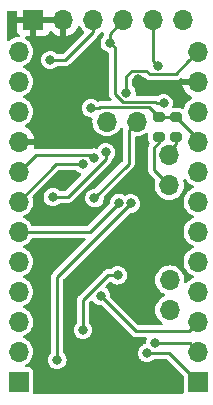
<source format=gbr>
%TF.GenerationSoftware,KiCad,Pcbnew,6.0.11-2627ca5db0~126~ubuntu22.04.1*%
%TF.CreationDate,2023-09-30T14:12:33+02:00*%
%TF.ProjectId,atmega328pb-nano,61746d65-6761-4333-9238-70622d6e616e,rev?*%
%TF.SameCoordinates,Original*%
%TF.FileFunction,Copper,L2,Bot*%
%TF.FilePolarity,Positive*%
%FSLAX46Y46*%
G04 Gerber Fmt 4.6, Leading zero omitted, Abs format (unit mm)*
G04 Created by KiCad (PCBNEW 6.0.11-2627ca5db0~126~ubuntu22.04.1) date 2023-09-30 14:12:33*
%MOMM*%
%LPD*%
G01*
G04 APERTURE LIST*
G04 Aperture macros list*
%AMRoundRect*
0 Rectangle with rounded corners*
0 $1 Rounding radius*
0 $2 $3 $4 $5 $6 $7 $8 $9 X,Y pos of 4 corners*
0 Add a 4 corners polygon primitive as box body*
4,1,4,$2,$3,$4,$5,$6,$7,$8,$9,$2,$3,0*
0 Add four circle primitives for the rounded corners*
1,1,$1+$1,$2,$3*
1,1,$1+$1,$4,$5*
1,1,$1+$1,$6,$7*
1,1,$1+$1,$8,$9*
0 Add four rect primitives between the rounded corners*
20,1,$1+$1,$2,$3,$4,$5,0*
20,1,$1+$1,$4,$5,$6,$7,0*
20,1,$1+$1,$6,$7,$8,$9,0*
20,1,$1+$1,$8,$9,$2,$3,0*%
G04 Aperture macros list end*
%TA.AperFunction,ComponentPad*%
%ADD10R,1.700000X1.700000*%
%TD*%
%TA.AperFunction,ComponentPad*%
%ADD11O,1.700000X1.700000*%
%TD*%
%TA.AperFunction,SMDPad,CuDef*%
%ADD12RoundRect,0.200000X0.275000X-0.200000X0.275000X0.200000X-0.275000X0.200000X-0.275000X-0.200000X0*%
%TD*%
%TA.AperFunction,ViaPad*%
%ADD13C,0.800000*%
%TD*%
%TA.AperFunction,Conductor*%
%ADD14C,0.250000*%
%TD*%
G04 APERTURE END LIST*
D10*
%TO.P,J2,1,Pin_1*%
%TO.N,GNDD*%
X173250000Y-93625000D03*
D11*
%TO.P,J2,2,Pin_2*%
X175790000Y-93625000D03*
%TO.P,J2,3,Pin_3*%
%TO.N,+5VD*%
X178330000Y-93625000D03*
%TO.P,J2,4,Pin_4*%
%TO.N,RXD*%
X180870000Y-93625000D03*
%TO.P,J2,5,Pin_5*%
%TO.N,TXD*%
X183410000Y-93625000D03*
%TO.P,J2,6,Pin_6*%
%TO.N,DTR*%
X185950000Y-93625000D03*
%TD*%
%TO.P,J12,1,Pin_1*%
%TO.N,A4*%
X184750000Y-107600000D03*
%TO.P,J12,2,Pin_2*%
%TO.N,A5*%
X184750000Y-105060000D03*
%TD*%
%TO.P,J14,1,Pin_1*%
%TO.N,SDA1*%
X182020000Y-102225000D03*
%TO.P,J14,2,Pin_2*%
%TO.N,SCL1*%
X179480000Y-102225000D03*
%TD*%
%TO.P,J13,1,Pin_1*%
%TO.N,A6*%
X184800000Y-118175000D03*
%TO.P,J13,2,Pin_2*%
%TO.N,A7*%
X184800000Y-115635000D03*
%TD*%
D10*
%TO.P,J10,1,Pin_1*%
%TO.N,D9*%
X172000000Y-124250000D03*
D11*
%TO.P,J10,2,Pin_2*%
%TO.N,D8*%
X172000000Y-121710000D03*
%TO.P,J10,3,Pin_3*%
%TO.N,D7*%
X172000000Y-119170000D03*
%TO.P,J10,4,Pin_4*%
%TO.N,D6*%
X172000000Y-116630000D03*
%TO.P,J10,5,Pin_5*%
%TO.N,D5*%
X172000000Y-114090000D03*
%TO.P,J10,6,Pin_6*%
%TO.N,D4*%
X172000000Y-111550000D03*
%TO.P,J10,7,Pin_7*%
%TO.N,D3*%
X172000000Y-109010000D03*
%TO.P,J10,8,Pin_8*%
%TO.N,D2*%
X172000000Y-106470000D03*
%TO.P,J10,9,Pin_9*%
%TO.N,GNDD*%
X172000000Y-103930000D03*
%TO.P,J10,10,Pin_10*%
%TO.N,~{RESET}*%
X172000000Y-101390000D03*
%TO.P,J10,11,Pin_11*%
%TO.N,RXD*%
X172000000Y-98850000D03*
%TO.P,J10,12,Pin_12*%
%TO.N,TXD*%
X172000000Y-96310000D03*
%TD*%
D10*
%TO.P,J11,1,Pin_1*%
%TO.N,D10*%
X187200000Y-124250000D03*
D11*
%TO.P,J11,2,Pin_2*%
%TO.N,MOSI*%
X187200000Y-121710000D03*
%TO.P,J11,3,Pin_3*%
%TO.N,MISO*%
X187200000Y-119170000D03*
%TO.P,J11,4,Pin_4*%
%TO.N,SCK*%
X187200000Y-116630000D03*
%TO.P,J11,5,Pin_5*%
%TO.N,A0*%
X187200000Y-114090000D03*
%TO.P,J11,6,Pin_6*%
%TO.N,A1*%
X187200000Y-111550000D03*
%TO.P,J11,7,Pin_7*%
%TO.N,A2*%
X187200000Y-109010000D03*
%TO.P,J11,8,Pin_8*%
%TO.N,A3*%
X187200000Y-106470000D03*
%TO.P,J11,9,Pin_9*%
%TO.N,+5VD*%
X187200000Y-103930000D03*
%TO.P,J11,10,Pin_10*%
%TO.N,~{RESET}*%
X187200000Y-101390000D03*
%TO.P,J11,11,Pin_11*%
%TO.N,GNDD*%
X187200000Y-98850000D03*
%TO.P,J11,12,Pin_12*%
%TO.N,RAW*%
X187200000Y-96310000D03*
%TD*%
D12*
%TO.P,R13,1*%
%TO.N,A5*%
X185350000Y-103500000D03*
%TO.P,R13,2*%
%TO.N,+5VD*%
X185350000Y-101850000D03*
%TD*%
%TO.P,R12,1*%
%TO.N,A4*%
X183850000Y-103500000D03*
%TO.P,R12,2*%
%TO.N,+5VD*%
X183850000Y-101850000D03*
%TD*%
D13*
%TO.N,GNDD*%
X182125000Y-98650000D03*
X175825000Y-98950000D03*
X177112500Y-109662500D03*
X182500000Y-118000000D03*
X182050000Y-113500000D03*
X183025000Y-124025000D03*
%TO.N,~{RESET}*%
X181500000Y-109150000D03*
X175275000Y-122375000D03*
%TO.N,RAW*%
X181125000Y-99800000D03*
%TO.N,+5VD*%
X177450000Y-119850000D03*
X178125000Y-101075000D03*
X174700000Y-97000000D03*
X180375000Y-115225000D03*
%TO.N,MISO*%
X178950000Y-116950000D03*
%TO.N,MOSI*%
X183550000Y-121000000D03*
%TO.N,TXD*%
X183775000Y-97475000D03*
%TO.N,RXD*%
X184275000Y-100675000D03*
X179725000Y-95525000D03*
%TO.N,D4*%
X180500000Y-109100000D03*
%TO.N,D3*%
X177450000Y-105800000D03*
%TO.N,D2*%
X178400000Y-105275000D03*
%TO.N,D10*%
X182900000Y-121800000D03*
%TO.N,SDA1*%
X178425000Y-108700000D03*
%TO.N,SCL1*%
X179375000Y-104825000D03*
X174900000Y-108600000D03*
%TD*%
D14*
%TO.N,~{RESET}*%
X175275000Y-115375000D02*
X181500000Y-109150000D01*
X175275000Y-122375000D02*
X175275000Y-115375000D01*
%TO.N,RAW*%
X185300000Y-98200000D02*
X183100000Y-98200000D01*
X186375000Y-97125000D02*
X185300000Y-98200000D01*
X187200000Y-96310000D02*
X186385000Y-97125000D01*
X181125000Y-98375000D02*
X181125000Y-99800000D01*
X183100000Y-98200000D02*
X182825000Y-97925000D01*
X181575000Y-97925000D02*
X181125000Y-98375000D01*
X182825000Y-97925000D02*
X181575000Y-97925000D01*
X186385000Y-97125000D02*
X186375000Y-97125000D01*
%TO.N,+5VD*%
X180375000Y-115225000D02*
X179575000Y-115225000D01*
X178850000Y-101075000D02*
X178925000Y-101000000D01*
X185350000Y-101850000D02*
X187200000Y-103700000D01*
X175950000Y-97000000D02*
X178330000Y-94620000D01*
X179575000Y-115225000D02*
X177450000Y-117350000D01*
X177450000Y-117350000D02*
X177450000Y-119850000D01*
X178125000Y-101075000D02*
X178850000Y-101075000D01*
X183850000Y-101850000D02*
X185350000Y-101850000D01*
X183000000Y-101000000D02*
X183850000Y-101850000D01*
X178925000Y-101000000D02*
X183000000Y-101000000D01*
X178330000Y-94620000D02*
X178330000Y-93625000D01*
X187200000Y-103700000D02*
X187200000Y-103930000D01*
X174700000Y-97000000D02*
X175950000Y-97000000D01*
%TO.N,MISO*%
X181950000Y-119950000D02*
X186420000Y-119950000D01*
X178950000Y-116950000D02*
X181950000Y-119950000D01*
X186420000Y-119950000D02*
X187200000Y-119170000D01*
%TO.N,MOSI*%
X186490000Y-121000000D02*
X187200000Y-121710000D01*
X183550000Y-121000000D02*
X186490000Y-121000000D01*
%TO.N,TXD*%
X183410000Y-97110000D02*
X183410000Y-93625000D01*
X183775000Y-97475000D02*
X183410000Y-97110000D01*
%TO.N,RXD*%
X179725000Y-94770000D02*
X180870000Y-93625000D01*
X180825000Y-100550000D02*
X183575000Y-100550000D01*
X180125000Y-95925000D02*
X180125000Y-99850000D01*
X183700000Y-100675000D02*
X184275000Y-100675000D01*
X180125000Y-99850000D02*
X180825000Y-100550000D01*
X179725000Y-95525000D02*
X180125000Y-95925000D01*
X179725000Y-95525000D02*
X179725000Y-94770000D01*
X183575000Y-100550000D02*
X183700000Y-100675000D01*
%TO.N,D4*%
X178050000Y-111550000D02*
X172000000Y-111550000D01*
X180500000Y-109100000D02*
X178050000Y-111550000D01*
%TO.N,D3*%
X172000000Y-109000000D02*
X172000000Y-109010000D01*
X175200000Y-105800000D02*
X172000000Y-109000000D01*
X177450000Y-105800000D02*
X175200000Y-105800000D01*
%TO.N,D2*%
X178400000Y-105275000D02*
X178150000Y-105025000D01*
X178150000Y-105025000D02*
X173475000Y-105025000D01*
X173475000Y-105025000D02*
X172030000Y-106470000D01*
X172030000Y-106470000D02*
X172000000Y-106470000D01*
%TO.N,D10*%
X184750000Y-121800000D02*
X187200000Y-124250000D01*
X182900000Y-121800000D02*
X184750000Y-121800000D01*
%TO.N,A4*%
X183500000Y-106350000D02*
X184750000Y-107600000D01*
X183850000Y-104050000D02*
X183500000Y-104400000D01*
X183500000Y-104400000D02*
X183500000Y-106350000D01*
X183850000Y-103500000D02*
X183850000Y-104050000D01*
%TO.N,A5*%
X184750000Y-105060000D02*
X184750000Y-104675000D01*
X184750000Y-104675000D02*
X185350000Y-104075000D01*
X185350000Y-104075000D02*
X185350000Y-103500000D01*
%TO.N,SDA1*%
X178425000Y-108675000D02*
X181325000Y-105775000D01*
X181325000Y-105775000D02*
X181325000Y-102920000D01*
X181325000Y-102920000D02*
X182020000Y-102225000D01*
X178425000Y-108700000D02*
X178425000Y-108675000D01*
%TO.N,SCL1*%
X179375000Y-104825000D02*
X179375000Y-105375000D01*
X179375000Y-105375000D02*
X176150000Y-108600000D01*
X176150000Y-108600000D02*
X174900000Y-108600000D01*
%TD*%
%TA.AperFunction,Conductor*%
%TO.N,GNDD*%
G36*
X171834121Y-92851502D02*
G01*
X171880614Y-92905158D01*
X171892000Y-92957500D01*
X171892000Y-93352885D01*
X171896475Y-93368124D01*
X171897865Y-93369329D01*
X171905548Y-93371000D01*
X175918000Y-93371000D01*
X175986121Y-93391002D01*
X176032614Y-93444658D01*
X176044000Y-93497000D01*
X176044000Y-94943517D01*
X176048064Y-94957359D01*
X176061478Y-94959393D01*
X176068184Y-94958534D01*
X176078262Y-94956392D01*
X176282255Y-94895191D01*
X176291842Y-94891433D01*
X176483095Y-94797739D01*
X176491945Y-94792464D01*
X176665328Y-94668792D01*
X176673200Y-94662139D01*
X176824052Y-94511812D01*
X176830730Y-94503965D01*
X176955003Y-94331020D01*
X176960313Y-94322183D01*
X177016927Y-94207635D01*
X177065041Y-94155428D01*
X177133742Y-94137521D01*
X177201219Y-94159600D01*
X177244079Y-94210212D01*
X177257090Y-94238115D01*
X177257093Y-94238120D01*
X177259416Y-94243102D01*
X177262572Y-94247609D01*
X177262573Y-94247611D01*
X177349467Y-94371708D01*
X177383013Y-94419617D01*
X177509454Y-94546058D01*
X177543480Y-94608370D01*
X177538415Y-94679185D01*
X177509456Y-94724245D01*
X175777106Y-96456595D01*
X175714794Y-96490621D01*
X175688011Y-96493500D01*
X175350903Y-96493500D01*
X175282782Y-96473498D01*
X175261504Y-96456290D01*
X175192789Y-96387094D01*
X175186846Y-96383322D01*
X175186843Y-96383320D01*
X175062682Y-96304525D01*
X175044755Y-96293148D01*
X175017570Y-96283468D01*
X174886220Y-96236696D01*
X174886215Y-96236695D01*
X174879585Y-96234334D01*
X174872597Y-96233501D01*
X174872594Y-96233500D01*
X174752307Y-96219157D01*
X174705490Y-96213574D01*
X174698487Y-96214310D01*
X174698486Y-96214310D01*
X174538122Y-96231165D01*
X174538120Y-96231166D01*
X174531122Y-96231901D01*
X174365148Y-96288403D01*
X174338942Y-96304525D01*
X174221823Y-96376577D01*
X174221820Y-96376579D01*
X174215816Y-96380273D01*
X174210781Y-96385204D01*
X174210778Y-96385206D01*
X174100193Y-96493500D01*
X174090549Y-96502944D01*
X173995572Y-96650319D01*
X173993163Y-96656939D01*
X173993161Y-96656942D01*
X173938015Y-96808455D01*
X173935606Y-96815074D01*
X173913632Y-96989020D01*
X173930741Y-97163511D01*
X173986083Y-97329876D01*
X173989730Y-97335898D01*
X173989731Y-97335900D01*
X174071946Y-97471652D01*
X174076908Y-97479846D01*
X174081797Y-97484909D01*
X174081798Y-97484910D01*
X174126271Y-97530963D01*
X174198701Y-97605966D01*
X174204593Y-97609821D01*
X174204597Y-97609825D01*
X174264402Y-97648960D01*
X174345410Y-97701970D01*
X174352014Y-97704426D01*
X174503140Y-97760629D01*
X174503142Y-97760629D01*
X174509742Y-97763084D01*
X174516725Y-97764016D01*
X174516726Y-97764016D01*
X174676549Y-97785342D01*
X174676553Y-97785342D01*
X174683530Y-97786273D01*
X174690541Y-97785635D01*
X174690545Y-97785635D01*
X174828105Y-97773115D01*
X174858137Y-97770382D01*
X174864839Y-97768204D01*
X174864841Y-97768204D01*
X175018185Y-97718380D01*
X175018188Y-97718379D01*
X175024884Y-97716203D01*
X175175484Y-97626427D01*
X175248922Y-97556493D01*
X175264925Y-97541254D01*
X175328050Y-97508762D01*
X175351817Y-97506500D01*
X175879157Y-97506500D01*
X175891221Y-97507848D01*
X175891260Y-97507358D01*
X175900206Y-97508078D01*
X175908962Y-97510059D01*
X175962432Y-97506742D01*
X175970233Y-97506500D01*
X175986366Y-97506500D01*
X175990807Y-97505864D01*
X175990809Y-97505864D01*
X175996677Y-97505024D01*
X176006726Y-97503995D01*
X176044806Y-97501632D01*
X176053768Y-97501076D01*
X176062215Y-97498026D01*
X176065317Y-97497384D01*
X176081702Y-97493299D01*
X176084735Y-97492412D01*
X176093619Y-97491140D01*
X176101786Y-97487426D01*
X176101788Y-97487426D01*
X176136533Y-97471628D01*
X176145902Y-97467815D01*
X176181792Y-97454859D01*
X176181793Y-97454858D01*
X176190232Y-97451812D01*
X176197475Y-97446521D01*
X176200232Y-97445055D01*
X176214882Y-97436494D01*
X176217524Y-97434804D01*
X176225693Y-97431090D01*
X176232493Y-97425231D01*
X176232496Y-97425229D01*
X176261407Y-97400318D01*
X176269312Y-97394040D01*
X176280250Y-97386049D01*
X176291168Y-97375131D01*
X176298015Y-97368773D01*
X176328802Y-97342245D01*
X176335604Y-97336384D01*
X176340488Y-97328849D01*
X176346085Y-97322433D01*
X176355491Y-97310808D01*
X178638052Y-95028247D01*
X178647539Y-95020666D01*
X178647221Y-95020292D01*
X178654054Y-95014477D01*
X178661648Y-95009685D01*
X178697124Y-94969515D01*
X178702470Y-94963829D01*
X178713864Y-94952435D01*
X178720103Y-94944110D01*
X178726487Y-94936268D01*
X178751747Y-94907667D01*
X178757689Y-94900939D01*
X178761503Y-94892815D01*
X178763237Y-94890176D01*
X178771936Y-94875700D01*
X178773460Y-94872916D01*
X178778842Y-94865735D01*
X178795395Y-94821580D01*
X178799310Y-94812290D01*
X178808346Y-94793044D01*
X178855403Y-94739884D01*
X178869148Y-94732402D01*
X178943110Y-94697913D01*
X178943121Y-94697907D01*
X178948102Y-94695584D01*
X178995867Y-94662139D01*
X179020048Y-94645207D01*
X179087322Y-94622519D01*
X179156183Y-94639804D01*
X179204767Y-94691574D01*
X179217973Y-94757757D01*
X179215826Y-94786652D01*
X179214477Y-94804804D01*
X179216350Y-94813578D01*
X179216928Y-94822059D01*
X179218500Y-94836950D01*
X179218500Y-94874161D01*
X179198498Y-94942282D01*
X179180657Y-94964185D01*
X179134194Y-95009685D01*
X179115549Y-95027944D01*
X179020572Y-95175319D01*
X179018163Y-95181939D01*
X179018161Y-95181942D01*
X178963015Y-95333455D01*
X178960606Y-95340074D01*
X178959723Y-95347062D01*
X178959723Y-95347063D01*
X178959248Y-95350827D01*
X178938632Y-95514020D01*
X178955741Y-95688511D01*
X179011083Y-95854876D01*
X179014730Y-95860898D01*
X179014731Y-95860900D01*
X179096456Y-95995843D01*
X179101908Y-96004846D01*
X179223701Y-96130966D01*
X179229593Y-96134821D01*
X179229597Y-96134825D01*
X179314457Y-96190355D01*
X179370410Y-96226970D01*
X179377014Y-96229426D01*
X179534742Y-96288084D01*
X179533779Y-96290673D01*
X179584222Y-96320211D01*
X179616367Y-96383514D01*
X179618500Y-96406600D01*
X179618500Y-99779157D01*
X179617152Y-99791221D01*
X179617642Y-99791260D01*
X179616922Y-99800206D01*
X179614941Y-99808962D01*
X179615605Y-99819667D01*
X179618258Y-99862432D01*
X179618500Y-99870233D01*
X179618500Y-99886366D01*
X179619136Y-99890807D01*
X179619136Y-99890809D01*
X179619976Y-99896677D01*
X179621005Y-99906726D01*
X179621669Y-99917427D01*
X179623924Y-99953768D01*
X179626974Y-99962215D01*
X179627616Y-99965317D01*
X179631701Y-99981702D01*
X179632588Y-99984735D01*
X179633860Y-99993619D01*
X179637574Y-100001786D01*
X179637574Y-100001788D01*
X179642059Y-100011652D01*
X179653272Y-100036312D01*
X179653372Y-100036533D01*
X179657185Y-100045902D01*
X179668302Y-100076696D01*
X179673188Y-100090232D01*
X179678479Y-100097475D01*
X179679945Y-100100232D01*
X179688506Y-100114882D01*
X179690196Y-100117524D01*
X179693910Y-100125693D01*
X179699769Y-100132493D01*
X179699771Y-100132496D01*
X179724682Y-100161407D01*
X179730960Y-100169312D01*
X179738951Y-100180250D01*
X179749869Y-100191168D01*
X179756227Y-100198015D01*
X179788616Y-100235604D01*
X179796151Y-100240488D01*
X179802567Y-100246085D01*
X179814192Y-100255491D01*
X179837106Y-100278405D01*
X179871132Y-100340717D01*
X179866067Y-100411532D01*
X179823520Y-100468368D01*
X179757000Y-100493179D01*
X179748011Y-100493500D01*
X178995843Y-100493500D01*
X178983779Y-100492152D01*
X178983740Y-100492642D01*
X178974794Y-100491922D01*
X178966038Y-100489941D01*
X178913842Y-100493179D01*
X178912568Y-100493258D01*
X178904767Y-100493500D01*
X178888634Y-100493500D01*
X178884193Y-100494136D01*
X178884191Y-100494136D01*
X178878323Y-100494976D01*
X178868274Y-100496005D01*
X178832845Y-100498203D01*
X178821232Y-100498924D01*
X178812785Y-100501974D01*
X178809683Y-100502616D01*
X178793298Y-100506701D01*
X178790265Y-100507588D01*
X178781381Y-100508860D01*
X178773212Y-100512574D01*
X178764591Y-100515095D01*
X178763593Y-100511681D01*
X178710119Y-100519255D01*
X178645601Y-100489626D01*
X178638909Y-100483361D01*
X178622754Y-100467093D01*
X178622751Y-100467090D01*
X178617789Y-100462094D01*
X178587723Y-100443013D01*
X178538117Y-100411532D01*
X178469755Y-100368148D01*
X178442570Y-100358468D01*
X178311220Y-100311696D01*
X178311215Y-100311695D01*
X178304585Y-100309334D01*
X178297597Y-100308501D01*
X178297594Y-100308500D01*
X178177307Y-100294157D01*
X178130490Y-100288574D01*
X178123487Y-100289310D01*
X178123486Y-100289310D01*
X177963122Y-100306165D01*
X177963120Y-100306166D01*
X177956122Y-100306901D01*
X177790148Y-100363403D01*
X177776670Y-100371695D01*
X177646823Y-100451577D01*
X177646820Y-100451579D01*
X177640816Y-100455273D01*
X177635781Y-100460204D01*
X177635778Y-100460206D01*
X177520581Y-100573016D01*
X177515549Y-100577944D01*
X177420572Y-100725319D01*
X177418163Y-100731939D01*
X177418161Y-100731942D01*
X177367701Y-100870581D01*
X177360606Y-100890074D01*
X177338632Y-101064020D01*
X177355741Y-101238511D01*
X177411083Y-101404876D01*
X177414730Y-101410898D01*
X177414731Y-101410900D01*
X177472629Y-101506500D01*
X177501908Y-101554846D01*
X177623701Y-101680966D01*
X177629593Y-101684821D01*
X177629597Y-101684825D01*
X177714457Y-101740355D01*
X177770410Y-101776970D01*
X177777014Y-101779426D01*
X177928140Y-101835629D01*
X177928142Y-101835629D01*
X177934742Y-101838084D01*
X177941725Y-101839016D01*
X177941726Y-101839016D01*
X178101549Y-101860342D01*
X178101553Y-101860342D01*
X178108530Y-101861273D01*
X178115541Y-101860635D01*
X178115542Y-101860635D01*
X178118788Y-101860339D01*
X178128173Y-101859485D01*
X178197825Y-101873229D01*
X178248990Y-101922449D01*
X178265423Y-101991518D01*
X178263803Y-102005761D01*
X178262577Y-102010335D01*
X178243796Y-102225000D01*
X178262577Y-102439665D01*
X178264001Y-102444978D01*
X178264001Y-102444980D01*
X178313979Y-102631500D01*
X178318348Y-102647807D01*
X178320670Y-102652787D01*
X178320671Y-102652789D01*
X178407090Y-102838115D01*
X178407093Y-102838120D01*
X178409416Y-102843102D01*
X178412572Y-102847609D01*
X178412573Y-102847611D01*
X178517828Y-102997930D01*
X178533013Y-103019617D01*
X178685383Y-103171987D01*
X178689891Y-103175144D01*
X178689894Y-103175146D01*
X178857385Y-103292424D01*
X178861898Y-103295584D01*
X178866880Y-103297907D01*
X178866885Y-103297910D01*
X179052211Y-103384329D01*
X179057193Y-103386652D01*
X179062501Y-103388074D01*
X179062503Y-103388075D01*
X179260020Y-103440999D01*
X179260022Y-103440999D01*
X179265335Y-103442423D01*
X179480000Y-103461204D01*
X179694665Y-103442423D01*
X179699978Y-103440999D01*
X179699980Y-103440999D01*
X179897497Y-103388075D01*
X179897499Y-103388074D01*
X179902807Y-103386652D01*
X179907789Y-103384329D01*
X180093115Y-103297910D01*
X180093120Y-103297907D01*
X180098102Y-103295584D01*
X180102615Y-103292424D01*
X180270106Y-103175146D01*
X180270109Y-103175144D01*
X180274617Y-103171987D01*
X180426987Y-103019617D01*
X180442173Y-102997930D01*
X180547427Y-102847611D01*
X180547428Y-102847609D01*
X180550584Y-102843102D01*
X180552907Y-102838120D01*
X180552910Y-102838115D01*
X180583528Y-102772454D01*
X180630446Y-102719169D01*
X180698723Y-102699708D01*
X180766683Y-102720250D01*
X180812748Y-102774273D01*
X180823377Y-102835041D01*
X180821736Y-102857124D01*
X180820582Y-102867173D01*
X180818500Y-102880544D01*
X180818500Y-102895986D01*
X180818154Y-102905324D01*
X180814477Y-102954804D01*
X180816350Y-102963578D01*
X180816928Y-102972059D01*
X180818500Y-102986950D01*
X180818500Y-105513011D01*
X180798498Y-105581132D01*
X180781595Y-105602106D01*
X178506334Y-107877367D01*
X178444022Y-107911393D01*
X178430410Y-107913582D01*
X178263122Y-107931165D01*
X178263120Y-107931166D01*
X178256122Y-107931901D01*
X178090148Y-107988403D01*
X178084144Y-107992097D01*
X177946823Y-108076577D01*
X177946820Y-108076579D01*
X177940816Y-108080273D01*
X177935781Y-108085204D01*
X177935778Y-108085206D01*
X177820581Y-108198016D01*
X177815549Y-108202944D01*
X177720572Y-108350319D01*
X177718163Y-108356939D01*
X177718161Y-108356942D01*
X177671477Y-108485206D01*
X177660606Y-108515074D01*
X177638632Y-108689020D01*
X177655741Y-108863511D01*
X177711083Y-109029876D01*
X177714730Y-109035898D01*
X177714731Y-109035900D01*
X177783833Y-109150000D01*
X177801908Y-109179846D01*
X177806797Y-109184909D01*
X177806798Y-109184910D01*
X177839897Y-109219185D01*
X177923701Y-109305966D01*
X177929593Y-109309821D01*
X177929597Y-109309825D01*
X178010986Y-109363084D01*
X178070410Y-109401970D01*
X178077014Y-109404426D01*
X178228140Y-109460629D01*
X178228142Y-109460629D01*
X178234742Y-109463084D01*
X178241725Y-109464016D01*
X178241726Y-109464016D01*
X178401549Y-109485342D01*
X178401553Y-109485342D01*
X178408530Y-109486273D01*
X178415541Y-109485635D01*
X178415545Y-109485635D01*
X178553105Y-109473115D01*
X178583137Y-109470382D01*
X178589839Y-109468204D01*
X178589841Y-109468204D01*
X178743185Y-109418380D01*
X178743188Y-109418379D01*
X178749884Y-109416203D01*
X178900484Y-109326427D01*
X178905578Y-109321576D01*
X178905582Y-109321573D01*
X178974833Y-109255625D01*
X179027452Y-109205517D01*
X179114949Y-109073823D01*
X179120576Y-109065354D01*
X179120577Y-109065352D01*
X179124477Y-109059482D01*
X179186737Y-108895581D01*
X179198738Y-108810188D01*
X179210587Y-108725883D01*
X179210588Y-108725875D01*
X179211138Y-108721959D01*
X179211445Y-108700000D01*
X179208608Y-108674711D01*
X179220891Y-108604787D01*
X179244728Y-108571571D01*
X181633052Y-106183247D01*
X181642539Y-106175666D01*
X181642221Y-106175292D01*
X181649054Y-106169477D01*
X181656648Y-106164685D01*
X181692124Y-106124515D01*
X181697470Y-106118829D01*
X181708864Y-106107435D01*
X181715103Y-106099110D01*
X181721487Y-106091268D01*
X181746747Y-106062667D01*
X181752689Y-106055939D01*
X181756503Y-106047815D01*
X181758237Y-106045176D01*
X181766936Y-106030700D01*
X181768460Y-106027916D01*
X181773842Y-106020735D01*
X181781004Y-106001632D01*
X181790389Y-105976597D01*
X181794316Y-105967278D01*
X181810535Y-105932733D01*
X181810535Y-105932732D01*
X181814349Y-105924609D01*
X181815730Y-105915743D01*
X181816654Y-105912719D01*
X181820943Y-105896370D01*
X181821621Y-105893284D01*
X181824771Y-105884883D01*
X181825436Y-105875938D01*
X181825438Y-105875928D01*
X181828266Y-105837868D01*
X181829416Y-105827844D01*
X181831500Y-105814456D01*
X181831500Y-105799005D01*
X181831846Y-105789668D01*
X181834857Y-105749144D01*
X181835522Y-105740196D01*
X181833649Y-105731420D01*
X181833070Y-105722931D01*
X181831500Y-105708056D01*
X181831500Y-103582218D01*
X181851502Y-103514097D01*
X181905158Y-103467604D01*
X181968481Y-103456697D01*
X182014524Y-103460725D01*
X182014525Y-103460725D01*
X182020000Y-103461204D01*
X182234665Y-103442423D01*
X182239978Y-103440999D01*
X182239980Y-103440999D01*
X182437497Y-103388075D01*
X182437499Y-103388074D01*
X182442807Y-103386652D01*
X182447789Y-103384329D01*
X182633115Y-103297910D01*
X182633120Y-103297907D01*
X182638102Y-103295584D01*
X182642610Y-103292427D01*
X182642616Y-103292424D01*
X182795230Y-103185563D01*
X182862504Y-103162875D01*
X182931364Y-103180160D01*
X182979948Y-103231930D01*
X182993500Y-103288776D01*
X182993500Y-103738116D01*
X183008467Y-103851802D01*
X183067061Y-103993259D01*
X183070922Y-103998290D01*
X183087451Y-104066421D01*
X183070598Y-104118256D01*
X183072311Y-104119060D01*
X183069023Y-104126063D01*
X183066924Y-104129556D01*
X183066911Y-104129597D01*
X183066777Y-104129801D01*
X183058054Y-104144319D01*
X183056540Y-104147085D01*
X183051158Y-104154266D01*
X183048008Y-104162669D01*
X183034613Y-104198399D01*
X183030686Y-104207718D01*
X183029518Y-104210206D01*
X183010651Y-104250391D01*
X183009270Y-104259261D01*
X183008345Y-104262286D01*
X183004062Y-104278615D01*
X183003382Y-104281708D01*
X183000229Y-104290118D01*
X182999564Y-104299069D01*
X182996736Y-104337124D01*
X182995582Y-104347173D01*
X182993500Y-104360544D01*
X182993500Y-104375986D01*
X182993154Y-104385324D01*
X182989477Y-104434804D01*
X182991350Y-104443578D01*
X182991928Y-104452059D01*
X182993500Y-104466950D01*
X182993500Y-106279157D01*
X182992152Y-106291221D01*
X182992642Y-106291260D01*
X182991922Y-106300206D01*
X182989941Y-106308962D01*
X182990497Y-106317922D01*
X182993258Y-106362432D01*
X182993500Y-106370233D01*
X182993500Y-106386366D01*
X182994136Y-106390807D01*
X182994136Y-106390809D01*
X182994976Y-106396677D01*
X182996005Y-106406726D01*
X182997967Y-106438348D01*
X182998924Y-106453768D01*
X183001974Y-106462215D01*
X183002616Y-106465317D01*
X183006701Y-106481702D01*
X183007588Y-106484735D01*
X183008860Y-106493619D01*
X183012574Y-106501786D01*
X183012574Y-106501788D01*
X183028372Y-106536533D01*
X183032185Y-106545901D01*
X183048188Y-106590232D01*
X183053479Y-106597475D01*
X183054945Y-106600232D01*
X183063506Y-106614882D01*
X183065196Y-106617524D01*
X183068910Y-106625693D01*
X183074769Y-106632493D01*
X183074771Y-106632496D01*
X183099682Y-106661407D01*
X183105960Y-106669312D01*
X183113951Y-106680250D01*
X183124869Y-106691168D01*
X183131227Y-106698015D01*
X183163616Y-106735604D01*
X183171151Y-106740488D01*
X183177567Y-106746085D01*
X183189192Y-106755491D01*
X183541673Y-107107972D01*
X183575699Y-107170284D01*
X183574285Y-107229677D01*
X183532577Y-107385335D01*
X183513796Y-107600000D01*
X183532577Y-107814665D01*
X183534001Y-107819978D01*
X183534001Y-107819980D01*
X183580012Y-107991695D01*
X183588348Y-108022807D01*
X183590670Y-108027787D01*
X183590671Y-108027789D01*
X183677090Y-108213115D01*
X183677093Y-108213120D01*
X183679416Y-108218102D01*
X183682572Y-108222609D01*
X183682573Y-108222611D01*
X183797467Y-108386696D01*
X183803013Y-108394617D01*
X183955383Y-108546987D01*
X183959891Y-108550144D01*
X183959894Y-108550146D01*
X184118926Y-108661501D01*
X184131898Y-108670584D01*
X184136880Y-108672907D01*
X184136885Y-108672910D01*
X184317092Y-108756942D01*
X184327193Y-108761652D01*
X184332501Y-108763074D01*
X184332503Y-108763075D01*
X184530020Y-108815999D01*
X184530022Y-108815999D01*
X184535335Y-108817423D01*
X184750000Y-108836204D01*
X184964665Y-108817423D01*
X184969978Y-108815999D01*
X184969980Y-108815999D01*
X185167497Y-108763075D01*
X185167499Y-108763074D01*
X185172807Y-108761652D01*
X185182908Y-108756942D01*
X185363115Y-108672910D01*
X185363120Y-108672907D01*
X185368102Y-108670584D01*
X185381074Y-108661501D01*
X185540106Y-108550146D01*
X185540109Y-108550144D01*
X185544617Y-108546987D01*
X185696987Y-108394617D01*
X185702534Y-108386696D01*
X185817427Y-108222611D01*
X185817428Y-108222609D01*
X185820584Y-108218102D01*
X185822907Y-108213120D01*
X185822910Y-108213115D01*
X185909329Y-108027789D01*
X185909330Y-108027787D01*
X185911652Y-108022807D01*
X185919989Y-107991695D01*
X185965999Y-107819980D01*
X185965999Y-107819978D01*
X185967423Y-107814665D01*
X185986204Y-107600000D01*
X185967423Y-107385335D01*
X185933867Y-107260101D01*
X185922942Y-107219327D01*
X185924632Y-107148350D01*
X185964426Y-107089555D01*
X186029691Y-107061607D01*
X186099704Y-107073381D01*
X186147862Y-107114446D01*
X186249850Y-107260101D01*
X186249855Y-107260107D01*
X186253013Y-107264617D01*
X186405383Y-107416987D01*
X186409891Y-107420144D01*
X186409894Y-107420146D01*
X186520073Y-107497294D01*
X186581898Y-107540584D01*
X186586880Y-107542907D01*
X186586885Y-107542910D01*
X186764654Y-107625805D01*
X186817939Y-107672723D01*
X186837400Y-107741000D01*
X186816858Y-107808960D01*
X186764654Y-107854195D01*
X186586885Y-107937090D01*
X186586880Y-107937093D01*
X186581898Y-107939416D01*
X186577391Y-107942572D01*
X186577389Y-107942573D01*
X186409894Y-108059854D01*
X186409891Y-108059856D01*
X186405383Y-108063013D01*
X186253013Y-108215383D01*
X186249856Y-108219891D01*
X186249854Y-108219894D01*
X186136931Y-108381165D01*
X186129416Y-108391898D01*
X186127093Y-108396880D01*
X186127090Y-108396885D01*
X186057096Y-108546987D01*
X186038348Y-108587193D01*
X186036926Y-108592501D01*
X186036925Y-108592503D01*
X186009176Y-108696066D01*
X185982577Y-108795335D01*
X185963796Y-109010000D01*
X185982577Y-109224665D01*
X185984001Y-109229978D01*
X185984001Y-109229980D01*
X186021793Y-109371021D01*
X186038348Y-109432807D01*
X186040670Y-109437787D01*
X186040671Y-109437789D01*
X186127090Y-109623115D01*
X186127093Y-109623120D01*
X186129416Y-109628102D01*
X186132572Y-109632609D01*
X186132573Y-109632611D01*
X186235798Y-109780031D01*
X186253013Y-109804617D01*
X186405383Y-109956987D01*
X186409891Y-109960144D01*
X186409894Y-109960146D01*
X186520073Y-110037294D01*
X186581898Y-110080584D01*
X186586880Y-110082907D01*
X186586885Y-110082910D01*
X186764654Y-110165805D01*
X186817939Y-110212723D01*
X186837400Y-110281000D01*
X186816858Y-110348960D01*
X186764654Y-110394195D01*
X186586885Y-110477090D01*
X186586880Y-110477093D01*
X186581898Y-110479416D01*
X186577391Y-110482572D01*
X186577389Y-110482573D01*
X186409894Y-110599854D01*
X186409891Y-110599856D01*
X186405383Y-110603013D01*
X186253013Y-110755383D01*
X186129416Y-110931898D01*
X186127093Y-110936880D01*
X186127090Y-110936885D01*
X186094584Y-111006595D01*
X186038348Y-111127193D01*
X185982577Y-111335335D01*
X185963796Y-111550000D01*
X185982577Y-111764665D01*
X186038348Y-111972807D01*
X186040670Y-111977787D01*
X186040671Y-111977789D01*
X186127090Y-112163115D01*
X186127093Y-112163120D01*
X186129416Y-112168102D01*
X186132572Y-112172609D01*
X186132573Y-112172611D01*
X186201883Y-112271595D01*
X186253013Y-112344617D01*
X186405383Y-112496987D01*
X186409891Y-112500144D01*
X186409894Y-112500146D01*
X186520073Y-112577294D01*
X186581898Y-112620584D01*
X186586880Y-112622907D01*
X186586885Y-112622910D01*
X186764654Y-112705805D01*
X186817939Y-112752723D01*
X186837400Y-112821000D01*
X186816858Y-112888960D01*
X186764654Y-112934195D01*
X186586885Y-113017090D01*
X186586880Y-113017093D01*
X186581898Y-113019416D01*
X186577391Y-113022572D01*
X186577389Y-113022573D01*
X186409894Y-113139854D01*
X186409891Y-113139856D01*
X186405383Y-113143013D01*
X186253013Y-113295383D01*
X186129416Y-113471898D01*
X186127093Y-113476880D01*
X186127090Y-113476885D01*
X186040671Y-113662211D01*
X186038348Y-113667193D01*
X185982577Y-113875335D01*
X185963796Y-114090000D01*
X185982577Y-114304665D01*
X185984001Y-114309978D01*
X185984001Y-114309980D01*
X186028398Y-114475671D01*
X186038348Y-114512807D01*
X186040670Y-114517787D01*
X186040671Y-114517789D01*
X186127090Y-114703115D01*
X186127093Y-114703120D01*
X186129416Y-114708102D01*
X186132572Y-114712609D01*
X186132573Y-114712611D01*
X186225199Y-114844894D01*
X186253013Y-114884617D01*
X186405383Y-115036987D01*
X186409891Y-115040144D01*
X186409894Y-115040146D01*
X186513581Y-115112748D01*
X186581898Y-115160584D01*
X186586880Y-115162907D01*
X186586885Y-115162910D01*
X186764654Y-115245805D01*
X186817939Y-115292723D01*
X186837400Y-115361000D01*
X186816858Y-115428960D01*
X186764654Y-115474195D01*
X186586885Y-115557090D01*
X186586880Y-115557093D01*
X186581898Y-115559416D01*
X186577391Y-115562572D01*
X186577389Y-115562573D01*
X186409894Y-115679854D01*
X186409891Y-115679856D01*
X186405383Y-115683013D01*
X186253013Y-115835383D01*
X186249853Y-115839897D01*
X186248195Y-115841872D01*
X186189085Y-115881199D01*
X186118097Y-115882325D01*
X186057770Y-115844894D01*
X186027256Y-115780789D01*
X186026152Y-115749900D01*
X186035725Y-115640476D01*
X186035725Y-115640475D01*
X186036204Y-115635000D01*
X186017423Y-115420335D01*
X186010312Y-115393796D01*
X185963075Y-115217503D01*
X185963074Y-115217501D01*
X185961652Y-115212193D01*
X185947908Y-115182718D01*
X185872910Y-115021885D01*
X185872907Y-115021880D01*
X185870584Y-115016898D01*
X185867427Y-115012389D01*
X185750146Y-114844894D01*
X185750144Y-114844891D01*
X185746987Y-114840383D01*
X185594617Y-114688013D01*
X185590109Y-114684856D01*
X185590106Y-114684854D01*
X185422611Y-114567573D01*
X185422609Y-114567572D01*
X185418102Y-114564416D01*
X185413120Y-114562093D01*
X185413115Y-114562090D01*
X185227789Y-114475671D01*
X185227787Y-114475670D01*
X185222807Y-114473348D01*
X185217499Y-114471926D01*
X185217497Y-114471925D01*
X185019980Y-114419001D01*
X185019978Y-114419001D01*
X185014665Y-114417577D01*
X184800000Y-114398796D01*
X184585335Y-114417577D01*
X184580022Y-114419001D01*
X184580020Y-114419001D01*
X184382503Y-114471925D01*
X184382501Y-114471926D01*
X184377193Y-114473348D01*
X184372213Y-114475670D01*
X184372211Y-114475671D01*
X184186885Y-114562090D01*
X184186880Y-114562093D01*
X184181898Y-114564416D01*
X184177391Y-114567572D01*
X184177389Y-114567573D01*
X184009894Y-114684854D01*
X184009891Y-114684856D01*
X184005383Y-114688013D01*
X183853013Y-114840383D01*
X183849856Y-114844891D01*
X183849854Y-114844894D01*
X183732573Y-115012389D01*
X183729416Y-115016898D01*
X183727093Y-115021880D01*
X183727090Y-115021885D01*
X183652092Y-115182718D01*
X183638348Y-115212193D01*
X183636926Y-115217501D01*
X183636925Y-115217503D01*
X183589688Y-115393796D01*
X183582577Y-115420335D01*
X183563796Y-115635000D01*
X183582577Y-115849665D01*
X183584001Y-115854978D01*
X183584001Y-115854980D01*
X183624839Y-116007389D01*
X183638348Y-116057807D01*
X183640670Y-116062787D01*
X183640671Y-116062789D01*
X183727090Y-116248115D01*
X183727093Y-116248120D01*
X183729416Y-116253102D01*
X183732572Y-116257609D01*
X183732573Y-116257611D01*
X183846850Y-116420815D01*
X183853013Y-116429617D01*
X184005383Y-116581987D01*
X184009891Y-116585144D01*
X184009894Y-116585146D01*
X184177389Y-116702427D01*
X184181898Y-116705584D01*
X184186880Y-116707907D01*
X184186885Y-116707910D01*
X184364654Y-116790805D01*
X184417939Y-116837723D01*
X184437400Y-116906000D01*
X184416858Y-116973960D01*
X184364654Y-117019195D01*
X184186885Y-117102090D01*
X184186880Y-117102093D01*
X184181898Y-117104416D01*
X184177391Y-117107572D01*
X184177389Y-117107573D01*
X184009894Y-117224854D01*
X184009891Y-117224856D01*
X184005383Y-117228013D01*
X183853013Y-117380383D01*
X183849856Y-117384891D01*
X183849854Y-117384894D01*
X183733617Y-117550898D01*
X183729416Y-117556898D01*
X183727093Y-117561880D01*
X183727090Y-117561885D01*
X183640671Y-117747211D01*
X183638348Y-117752193D01*
X183636926Y-117757501D01*
X183636925Y-117757503D01*
X183589688Y-117933796D01*
X183582577Y-117960335D01*
X183563796Y-118175000D01*
X183582577Y-118389665D01*
X183584001Y-118394978D01*
X183584001Y-118394980D01*
X183624839Y-118547389D01*
X183638348Y-118597807D01*
X183640670Y-118602787D01*
X183640671Y-118602789D01*
X183727090Y-118788115D01*
X183727093Y-118788120D01*
X183729416Y-118793102D01*
X183732572Y-118797609D01*
X183732573Y-118797611D01*
X183846850Y-118960815D01*
X183853013Y-118969617D01*
X184005383Y-119121987D01*
X184009891Y-119125144D01*
X184009894Y-119125146D01*
X184137201Y-119214287D01*
X184181529Y-119269744D01*
X184188838Y-119340363D01*
X184156807Y-119403724D01*
X184095606Y-119439709D01*
X184064930Y-119443500D01*
X182211989Y-119443500D01*
X182143868Y-119423498D01*
X182122894Y-119406595D01*
X179773115Y-117056816D01*
X179739089Y-116994504D01*
X179736222Y-116965961D01*
X179736390Y-116953962D01*
X179736390Y-116953956D01*
X179736445Y-116950000D01*
X179716901Y-116775764D01*
X179664235Y-116624524D01*
X179661557Y-116616835D01*
X179661556Y-116616833D01*
X179659242Y-116610188D01*
X179639185Y-116578090D01*
X179570064Y-116467473D01*
X179570063Y-116467471D01*
X179566332Y-116461501D01*
X179538540Y-116433514D01*
X179447754Y-116342094D01*
X179442789Y-116337094D01*
X179414328Y-116319032D01*
X179367530Y-116265645D01*
X179357024Y-116195430D01*
X179386147Y-116130681D01*
X179392747Y-116123552D01*
X179690497Y-115825802D01*
X179752809Y-115791776D01*
X179823624Y-115796841D01*
X179862585Y-115822365D01*
X179863378Y-115821407D01*
X179868808Y-115825900D01*
X179873701Y-115830966D01*
X179879593Y-115834821D01*
X179879597Y-115834825D01*
X179964457Y-115890355D01*
X180020410Y-115926970D01*
X180027014Y-115929426D01*
X180178140Y-115985629D01*
X180178142Y-115985629D01*
X180184742Y-115988084D01*
X180191725Y-115989016D01*
X180191726Y-115989016D01*
X180351549Y-116010342D01*
X180351553Y-116010342D01*
X180358530Y-116011273D01*
X180365541Y-116010635D01*
X180365545Y-116010635D01*
X180503105Y-115998115D01*
X180533137Y-115995382D01*
X180539839Y-115993204D01*
X180539841Y-115993204D01*
X180693185Y-115943380D01*
X180693188Y-115943379D01*
X180699884Y-115941203D01*
X180850484Y-115851427D01*
X180855578Y-115846576D01*
X180855582Y-115846573D01*
X180924833Y-115780625D01*
X180977452Y-115730517D01*
X181074477Y-115584482D01*
X181136737Y-115420581D01*
X181150001Y-115326204D01*
X181160587Y-115250883D01*
X181160588Y-115250875D01*
X181161138Y-115246959D01*
X181161445Y-115225000D01*
X181141901Y-115050764D01*
X181138775Y-115041785D01*
X181086557Y-114891835D01*
X181086556Y-114891833D01*
X181084242Y-114885188D01*
X181027205Y-114793910D01*
X180995064Y-114742473D01*
X180995063Y-114742471D01*
X180991332Y-114736501D01*
X180978843Y-114723924D01*
X180872754Y-114617094D01*
X180867789Y-114612094D01*
X180861846Y-114608322D01*
X180861843Y-114608320D01*
X180780270Y-114556552D01*
X180719755Y-114518148D01*
X180689843Y-114507497D01*
X180561220Y-114461696D01*
X180561215Y-114461695D01*
X180554585Y-114459334D01*
X180547597Y-114458501D01*
X180547594Y-114458500D01*
X180427307Y-114444157D01*
X180380490Y-114438574D01*
X180373487Y-114439310D01*
X180373486Y-114439310D01*
X180213122Y-114456165D01*
X180213120Y-114456166D01*
X180206122Y-114456901D01*
X180040148Y-114513403D01*
X180026296Y-114521925D01*
X179896823Y-114601577D01*
X179896820Y-114601579D01*
X179890816Y-114605273D01*
X179811929Y-114682525D01*
X179749266Y-114715894D01*
X179723773Y-114718500D01*
X179645848Y-114718500D01*
X179633780Y-114717152D01*
X179633741Y-114717641D01*
X179624794Y-114716921D01*
X179616038Y-114714940D01*
X179572503Y-114717641D01*
X179562558Y-114718258D01*
X179554756Y-114718500D01*
X179538634Y-114718500D01*
X179534203Y-114719135D01*
X179534198Y-114719135D01*
X179530093Y-114719723D01*
X179528340Y-114719974D01*
X179518282Y-114721005D01*
X179471232Y-114723924D01*
X179462785Y-114726974D01*
X179459683Y-114727616D01*
X179443298Y-114731701D01*
X179440265Y-114732588D01*
X179431381Y-114733860D01*
X179423214Y-114737574D01*
X179423212Y-114737574D01*
X179388467Y-114753372D01*
X179379099Y-114757185D01*
X179334768Y-114773188D01*
X179327525Y-114778479D01*
X179324768Y-114779945D01*
X179310118Y-114788506D01*
X179307476Y-114790196D01*
X179299307Y-114793910D01*
X179292507Y-114799769D01*
X179292504Y-114799771D01*
X179263593Y-114824682D01*
X179255688Y-114830960D01*
X179244750Y-114838951D01*
X179233832Y-114849869D01*
X179226985Y-114856227D01*
X179189396Y-114888616D01*
X179184512Y-114896151D01*
X179178915Y-114902567D01*
X179169509Y-114914192D01*
X177141948Y-116941753D01*
X177132461Y-116949334D01*
X177132779Y-116949708D01*
X177125946Y-116955523D01*
X177118352Y-116960315D01*
X177088157Y-116994504D01*
X177082876Y-117000484D01*
X177077530Y-117006171D01*
X177066136Y-117017565D01*
X177059889Y-117025900D01*
X177053519Y-117033724D01*
X177022311Y-117069061D01*
X177018495Y-117077188D01*
X177016765Y-117079822D01*
X177008054Y-117094319D01*
X177006540Y-117097085D01*
X177001158Y-117104266D01*
X176998008Y-117112669D01*
X176984613Y-117148399D01*
X176980686Y-117157718D01*
X176960651Y-117200391D01*
X176959270Y-117209261D01*
X176958345Y-117212286D01*
X176954062Y-117228615D01*
X176953382Y-117231708D01*
X176950229Y-117240118D01*
X176949564Y-117249069D01*
X176946736Y-117287124D01*
X176945582Y-117297173D01*
X176943500Y-117310544D01*
X176943500Y-117325986D01*
X176943154Y-117335324D01*
X176939477Y-117384804D01*
X176941350Y-117393578D01*
X176941928Y-117402059D01*
X176943500Y-117416950D01*
X176943500Y-119199161D01*
X176923498Y-119267282D01*
X176905657Y-119289185D01*
X176853396Y-119340363D01*
X176840549Y-119352944D01*
X176745572Y-119500319D01*
X176743163Y-119506939D01*
X176743161Y-119506942D01*
X176711909Y-119592807D01*
X176685606Y-119665074D01*
X176684723Y-119672062D01*
X176684723Y-119672063D01*
X176683372Y-119682761D01*
X176663632Y-119839020D01*
X176680741Y-120013511D01*
X176736083Y-120179876D01*
X176739730Y-120185898D01*
X176739731Y-120185900D01*
X176820765Y-120319702D01*
X176826908Y-120329846D01*
X176831797Y-120334909D01*
X176831798Y-120334910D01*
X176876394Y-120381090D01*
X176948701Y-120455966D01*
X176954593Y-120459821D01*
X176954597Y-120459825D01*
X177027112Y-120507277D01*
X177095410Y-120551970D01*
X177102014Y-120554426D01*
X177253140Y-120610629D01*
X177253142Y-120610629D01*
X177259742Y-120613084D01*
X177266725Y-120614016D01*
X177266726Y-120614016D01*
X177426549Y-120635342D01*
X177426553Y-120635342D01*
X177433530Y-120636273D01*
X177440541Y-120635635D01*
X177440545Y-120635635D01*
X177578105Y-120623115D01*
X177608137Y-120620382D01*
X177614839Y-120618204D01*
X177614841Y-120618204D01*
X177768185Y-120568380D01*
X177768188Y-120568379D01*
X177774884Y-120566203D01*
X177925484Y-120476427D01*
X177930578Y-120471576D01*
X177930582Y-120471573D01*
X178006955Y-120398843D01*
X178052452Y-120355517D01*
X178128813Y-120240584D01*
X178145576Y-120215354D01*
X178145577Y-120215352D01*
X178149477Y-120209482D01*
X178211737Y-120045581D01*
X178236138Y-119871959D01*
X178236445Y-119850000D01*
X178216901Y-119675764D01*
X178213179Y-119665074D01*
X178161557Y-119516835D01*
X178161556Y-119516833D01*
X178159242Y-119510188D01*
X178115202Y-119439709D01*
X178070065Y-119367474D01*
X178070062Y-119367470D01*
X178066332Y-119361501D01*
X178057835Y-119352944D01*
X177993095Y-119287752D01*
X177959287Y-119225321D01*
X177956500Y-119198967D01*
X177956500Y-117611989D01*
X177976502Y-117543868D01*
X177993405Y-117522894D01*
X178122583Y-117393716D01*
X178184895Y-117359690D01*
X178255710Y-117364755D01*
X178312546Y-117407302D01*
X178319452Y-117417536D01*
X178323258Y-117423820D01*
X178323260Y-117423823D01*
X178326908Y-117429846D01*
X178448701Y-117555966D01*
X178454593Y-117559821D01*
X178454597Y-117559825D01*
X178488156Y-117581785D01*
X178595410Y-117651970D01*
X178602014Y-117654426D01*
X178753140Y-117710629D01*
X178753142Y-117710629D01*
X178759742Y-117713084D01*
X178766725Y-117714016D01*
X178766726Y-117714016D01*
X178926549Y-117735342D01*
X178926553Y-117735342D01*
X178933530Y-117736273D01*
X178953988Y-117734411D01*
X179023640Y-117748159D01*
X179054499Y-117770798D01*
X181541753Y-120258052D01*
X181549334Y-120267539D01*
X181549708Y-120267221D01*
X181555523Y-120274054D01*
X181560315Y-120281648D01*
X181600484Y-120317124D01*
X181606171Y-120322470D01*
X181617565Y-120333864D01*
X181625887Y-120340101D01*
X181633725Y-120346482D01*
X181662332Y-120371747D01*
X181662335Y-120371749D01*
X181669061Y-120377689D01*
X181677189Y-120381505D01*
X181679835Y-120383243D01*
X181694325Y-120391950D01*
X181697084Y-120393460D01*
X181704266Y-120398843D01*
X181748422Y-120415396D01*
X181757708Y-120419309D01*
X181800391Y-120439349D01*
X181809264Y-120440731D01*
X181812291Y-120441656D01*
X181828635Y-120445944D01*
X181831717Y-120446622D01*
X181840118Y-120449771D01*
X181849064Y-120450436D01*
X181849065Y-120450436D01*
X181887124Y-120453264D01*
X181897173Y-120454418D01*
X181910544Y-120456500D01*
X181925986Y-120456500D01*
X181935324Y-120456846D01*
X181984804Y-120460523D01*
X181993578Y-120458650D01*
X182002059Y-120458072D01*
X182016950Y-120456500D01*
X182739445Y-120456500D01*
X182807566Y-120476502D01*
X182854059Y-120530158D01*
X182864163Y-120600432D01*
X182852303Y-120638527D01*
X182849390Y-120644395D01*
X182845572Y-120650319D01*
X182843164Y-120656935D01*
X182843162Y-120656939D01*
X182803136Y-120766910D01*
X182785606Y-120815074D01*
X182784723Y-120822064D01*
X182769300Y-120944150D01*
X182740918Y-121009227D01*
X182684900Y-121047636D01*
X182639152Y-121063210D01*
X182565148Y-121088403D01*
X182559144Y-121092097D01*
X182421823Y-121176577D01*
X182421820Y-121176579D01*
X182415816Y-121180273D01*
X182410781Y-121185204D01*
X182410778Y-121185206D01*
X182306633Y-121287193D01*
X182290549Y-121302944D01*
X182195572Y-121450319D01*
X182193163Y-121456939D01*
X182193161Y-121456942D01*
X182165976Y-121531632D01*
X182135606Y-121615074D01*
X182113632Y-121789020D01*
X182130741Y-121963511D01*
X182186083Y-122129876D01*
X182189730Y-122135898D01*
X182189731Y-122135900D01*
X182233252Y-122207761D01*
X182276908Y-122279846D01*
X182281797Y-122284909D01*
X182281798Y-122284910D01*
X182321963Y-122326502D01*
X182398701Y-122405966D01*
X182404593Y-122409821D01*
X182404597Y-122409825D01*
X182489457Y-122465355D01*
X182545410Y-122501970D01*
X182552014Y-122504426D01*
X182703140Y-122560629D01*
X182703142Y-122560629D01*
X182709742Y-122563084D01*
X182716725Y-122564016D01*
X182716726Y-122564016D01*
X182876549Y-122585342D01*
X182876553Y-122585342D01*
X182883530Y-122586273D01*
X182890541Y-122585635D01*
X182890545Y-122585635D01*
X183028105Y-122573115D01*
X183058137Y-122570382D01*
X183064839Y-122568204D01*
X183064841Y-122568204D01*
X183218185Y-122518380D01*
X183218188Y-122518379D01*
X183224884Y-122516203D01*
X183375484Y-122426427D01*
X183441018Y-122364020D01*
X183464925Y-122341254D01*
X183528050Y-122308762D01*
X183551817Y-122306500D01*
X184488011Y-122306500D01*
X184556132Y-122326502D01*
X184577106Y-122343405D01*
X185931595Y-123697894D01*
X185965621Y-123760206D01*
X185968500Y-123786989D01*
X185968500Y-125136158D01*
X185968012Y-125136158D01*
X185953650Y-125202705D01*
X185903530Y-125252989D01*
X185842964Y-125268500D01*
X173357040Y-125268500D01*
X173288919Y-125248498D01*
X173242426Y-125194842D01*
X173231869Y-125136158D01*
X173231500Y-125136158D01*
X173231500Y-123363842D01*
X173220462Y-123288856D01*
X173164487Y-123174849D01*
X173119285Y-123129726D01*
X173081972Y-123092478D01*
X173074601Y-123085120D01*
X173062953Y-123079426D01*
X173018499Y-123057697D01*
X172960497Y-123029345D01*
X172927716Y-123024563D01*
X172890684Y-123019160D01*
X172890680Y-123019160D01*
X172886158Y-123018500D01*
X172675299Y-123018500D01*
X172607178Y-122998498D01*
X172560685Y-122944842D01*
X172550581Y-122874568D01*
X172580075Y-122809988D01*
X172612299Y-122783381D01*
X172613118Y-122782908D01*
X172618102Y-122780584D01*
X172717621Y-122710900D01*
X172790106Y-122660146D01*
X172790109Y-122660144D01*
X172794617Y-122656987D01*
X172946987Y-122504617D01*
X172951544Y-122498110D01*
X173067427Y-122332611D01*
X173067428Y-122332609D01*
X173070584Y-122328102D01*
X173072907Y-122323120D01*
X173072910Y-122323115D01*
X173159329Y-122137789D01*
X173159330Y-122137787D01*
X173161652Y-122132807D01*
X173163179Y-122127110D01*
X173215999Y-121929980D01*
X173215999Y-121929978D01*
X173217423Y-121924665D01*
X173236204Y-121710000D01*
X173217423Y-121495335D01*
X173167459Y-121308866D01*
X173163075Y-121292503D01*
X173163074Y-121292501D01*
X173161652Y-121287193D01*
X173159329Y-121282211D01*
X173072910Y-121096885D01*
X173072907Y-121096880D01*
X173070584Y-121091898D01*
X173067427Y-121087389D01*
X172950146Y-120919894D01*
X172950144Y-120919891D01*
X172946987Y-120915383D01*
X172794617Y-120763013D01*
X172790109Y-120759856D01*
X172790106Y-120759854D01*
X172622611Y-120642573D01*
X172622609Y-120642572D01*
X172618102Y-120639416D01*
X172613120Y-120637093D01*
X172613115Y-120637090D01*
X172435346Y-120554195D01*
X172382061Y-120507277D01*
X172362600Y-120439000D01*
X172383142Y-120371040D01*
X172435346Y-120325805D01*
X172613115Y-120242910D01*
X172613120Y-120242907D01*
X172618102Y-120240584D01*
X172622611Y-120237427D01*
X172790106Y-120120146D01*
X172790109Y-120120144D01*
X172794617Y-120116987D01*
X172946987Y-119964617D01*
X173024469Y-119853962D01*
X173067427Y-119792611D01*
X173067428Y-119792609D01*
X173070584Y-119788102D01*
X173072907Y-119783120D01*
X173072910Y-119783115D01*
X173159329Y-119597789D01*
X173159330Y-119597787D01*
X173161652Y-119592807D01*
X173182009Y-119516835D01*
X173215999Y-119389980D01*
X173215999Y-119389978D01*
X173217423Y-119384665D01*
X173236204Y-119170000D01*
X173217423Y-118955335D01*
X173208672Y-118922675D01*
X173163075Y-118752503D01*
X173163074Y-118752501D01*
X173161652Y-118747193D01*
X173089516Y-118592497D01*
X173072910Y-118556885D01*
X173072907Y-118556880D01*
X173070584Y-118551898D01*
X172960709Y-118394980D01*
X172950146Y-118379894D01*
X172950144Y-118379891D01*
X172946987Y-118375383D01*
X172794617Y-118223013D01*
X172790109Y-118219856D01*
X172790106Y-118219854D01*
X172622611Y-118102573D01*
X172622609Y-118102572D01*
X172618102Y-118099416D01*
X172613120Y-118097093D01*
X172613115Y-118097090D01*
X172435346Y-118014195D01*
X172382061Y-117967277D01*
X172362600Y-117899000D01*
X172383142Y-117831040D01*
X172435346Y-117785805D01*
X172613115Y-117702910D01*
X172613120Y-117702907D01*
X172618102Y-117700584D01*
X172687530Y-117651970D01*
X172790106Y-117580146D01*
X172790109Y-117580144D01*
X172794617Y-117576987D01*
X172946987Y-117424617D01*
X172951946Y-117417536D01*
X173067427Y-117252611D01*
X173067428Y-117252609D01*
X173070584Y-117248102D01*
X173072907Y-117243120D01*
X173072910Y-117243115D01*
X173159329Y-117057789D01*
X173159330Y-117057787D01*
X173161652Y-117052807D01*
X173167780Y-117029939D01*
X173215999Y-116849980D01*
X173215999Y-116849978D01*
X173217423Y-116844665D01*
X173236204Y-116630000D01*
X173217423Y-116415335D01*
X173177314Y-116265645D01*
X173163075Y-116212503D01*
X173163074Y-116212501D01*
X173161652Y-116207193D01*
X173125974Y-116130681D01*
X173072910Y-116016885D01*
X173072907Y-116016880D01*
X173070584Y-116011898D01*
X173059467Y-115996021D01*
X172950146Y-115839894D01*
X172950144Y-115839891D01*
X172946987Y-115835383D01*
X172794617Y-115683013D01*
X172790109Y-115679856D01*
X172790106Y-115679854D01*
X172622611Y-115562573D01*
X172622609Y-115562572D01*
X172618102Y-115559416D01*
X172613120Y-115557093D01*
X172613115Y-115557090D01*
X172435346Y-115474195D01*
X172382061Y-115427277D01*
X172362600Y-115359000D01*
X172383142Y-115291040D01*
X172435346Y-115245805D01*
X172613115Y-115162910D01*
X172613120Y-115162907D01*
X172618102Y-115160584D01*
X172686419Y-115112748D01*
X172790106Y-115040146D01*
X172790109Y-115040144D01*
X172794617Y-115036987D01*
X172946987Y-114884617D01*
X172974802Y-114844894D01*
X173067427Y-114712611D01*
X173067428Y-114712609D01*
X173070584Y-114708102D01*
X173072907Y-114703120D01*
X173072910Y-114703115D01*
X173159329Y-114517789D01*
X173159330Y-114517787D01*
X173161652Y-114512807D01*
X173171603Y-114475671D01*
X173215999Y-114309980D01*
X173215999Y-114309978D01*
X173217423Y-114304665D01*
X173236204Y-114090000D01*
X173217423Y-113875335D01*
X173161652Y-113667193D01*
X173159329Y-113662211D01*
X173072910Y-113476885D01*
X173072907Y-113476880D01*
X173070584Y-113471898D01*
X172946987Y-113295383D01*
X172794617Y-113143013D01*
X172790109Y-113139856D01*
X172790106Y-113139854D01*
X172622611Y-113022573D01*
X172622609Y-113022572D01*
X172618102Y-113019416D01*
X172613120Y-113017093D01*
X172613115Y-113017090D01*
X172435346Y-112934195D01*
X172382061Y-112887277D01*
X172362600Y-112819000D01*
X172383142Y-112751040D01*
X172435346Y-112705805D01*
X172613115Y-112622910D01*
X172613120Y-112622907D01*
X172618102Y-112620584D01*
X172679927Y-112577294D01*
X172790106Y-112500146D01*
X172790109Y-112500144D01*
X172794617Y-112496987D01*
X172946987Y-112344617D01*
X172998118Y-112271595D01*
X173067427Y-112172611D01*
X173067428Y-112172609D01*
X173070584Y-112168102D01*
X173072907Y-112163120D01*
X173072910Y-112163115D01*
X173088701Y-112129250D01*
X173135618Y-112075965D01*
X173202896Y-112056500D01*
X177573011Y-112056500D01*
X177641132Y-112076502D01*
X177687625Y-112130158D01*
X177697729Y-112200432D01*
X177668235Y-112265012D01*
X177662106Y-112271595D01*
X174966948Y-114966753D01*
X174957461Y-114974334D01*
X174957779Y-114974708D01*
X174950946Y-114980523D01*
X174943352Y-114985315D01*
X174910891Y-115022070D01*
X174907876Y-115025484D01*
X174902530Y-115031171D01*
X174891136Y-115042565D01*
X174884889Y-115050900D01*
X174878519Y-115058724D01*
X174847311Y-115094061D01*
X174843495Y-115102188D01*
X174841765Y-115104822D01*
X174833054Y-115119319D01*
X174831540Y-115122085D01*
X174826158Y-115129266D01*
X174823008Y-115137669D01*
X174809613Y-115173399D01*
X174805686Y-115182718D01*
X174785651Y-115225391D01*
X174784270Y-115234261D01*
X174783345Y-115237286D01*
X174779062Y-115253615D01*
X174778382Y-115256708D01*
X174775229Y-115265118D01*
X174774564Y-115274069D01*
X174771736Y-115312124D01*
X174770582Y-115322173D01*
X174768500Y-115335544D01*
X174768500Y-115350986D01*
X174768154Y-115360324D01*
X174764477Y-115409804D01*
X174766350Y-115418578D01*
X174766928Y-115427059D01*
X174768500Y-115441950D01*
X174768500Y-121724161D01*
X174748498Y-121792282D01*
X174730657Y-121814185D01*
X174670584Y-121873013D01*
X174665549Y-121877944D01*
X174570572Y-122025319D01*
X174568163Y-122031939D01*
X174568161Y-122031942D01*
X174530587Y-122135176D01*
X174510606Y-122190074D01*
X174509723Y-122197062D01*
X174509723Y-122197063D01*
X174508372Y-122207761D01*
X174488632Y-122364020D01*
X174505741Y-122538511D01*
X174561083Y-122704876D01*
X174651908Y-122854846D01*
X174656797Y-122859909D01*
X174656798Y-122859910D01*
X174688714Y-122892960D01*
X174773701Y-122980966D01*
X174779593Y-122984821D01*
X174779597Y-122984825D01*
X174864457Y-123040355D01*
X174920410Y-123076970D01*
X174927014Y-123079426D01*
X175078140Y-123135629D01*
X175078142Y-123135629D01*
X175084742Y-123138084D01*
X175091725Y-123139016D01*
X175091726Y-123139016D01*
X175251549Y-123160342D01*
X175251553Y-123160342D01*
X175258530Y-123161273D01*
X175265541Y-123160635D01*
X175265545Y-123160635D01*
X175403105Y-123148115D01*
X175433137Y-123145382D01*
X175439839Y-123143204D01*
X175439841Y-123143204D01*
X175593185Y-123093380D01*
X175593188Y-123093379D01*
X175599884Y-123091203D01*
X175750484Y-123001427D01*
X175755578Y-122996576D01*
X175755582Y-122996573D01*
X175828196Y-122927423D01*
X175877452Y-122880517D01*
X175974477Y-122734482D01*
X176036737Y-122570581D01*
X176059330Y-122409825D01*
X176060587Y-122400883D01*
X176060588Y-122400875D01*
X176061138Y-122396959D01*
X176061445Y-122375000D01*
X176041901Y-122200764D01*
X176038179Y-122190074D01*
X175986557Y-122041835D01*
X175986556Y-122041833D01*
X175984242Y-122035188D01*
X175965631Y-122005404D01*
X175895065Y-121892474D01*
X175895062Y-121892470D01*
X175891332Y-121886501D01*
X175882835Y-121877944D01*
X175818095Y-121812752D01*
X175784287Y-121750321D01*
X175781500Y-121723967D01*
X175781500Y-115636989D01*
X175801502Y-115568868D01*
X175818405Y-115547894D01*
X181393890Y-109972409D01*
X181456202Y-109938383D01*
X181481188Y-109935960D01*
X181483530Y-109936273D01*
X181658137Y-109920382D01*
X181664839Y-109918204D01*
X181664841Y-109918204D01*
X181818185Y-109868380D01*
X181818188Y-109868379D01*
X181824884Y-109866203D01*
X181975484Y-109776427D01*
X181980578Y-109771576D01*
X181980582Y-109771573D01*
X182053130Y-109702486D01*
X182102452Y-109655517D01*
X182199477Y-109509482D01*
X182261737Y-109345581D01*
X182278731Y-109224665D01*
X182285587Y-109175883D01*
X182285588Y-109175875D01*
X182286138Y-109171959D01*
X182286445Y-109150000D01*
X182272971Y-109029876D01*
X182267686Y-108982761D01*
X182267686Y-108982760D01*
X182266901Y-108975764D01*
X182250922Y-108929876D01*
X182211557Y-108816835D01*
X182211556Y-108816833D01*
X182209242Y-108810188D01*
X182168129Y-108744393D01*
X182120064Y-108667473D01*
X182120063Y-108667471D01*
X182116332Y-108661501D01*
X181992789Y-108537094D01*
X181986846Y-108533322D01*
X181986843Y-108533320D01*
X181897430Y-108476577D01*
X181844755Y-108443148D01*
X181765914Y-108415074D01*
X181686220Y-108386696D01*
X181686215Y-108386695D01*
X181679585Y-108384334D01*
X181672597Y-108383501D01*
X181672594Y-108383500D01*
X181552307Y-108369157D01*
X181505490Y-108363574D01*
X181498487Y-108364310D01*
X181498486Y-108364310D01*
X181338122Y-108381165D01*
X181338120Y-108381166D01*
X181331122Y-108381901D01*
X181165148Y-108438403D01*
X181159150Y-108442093D01*
X181159148Y-108442094D01*
X181129689Y-108460218D01*
X181107248Y-108474024D01*
X181105731Y-108474957D01*
X181037230Y-108493615D01*
X180972194Y-108474024D01*
X180929493Y-108446925D01*
X180844755Y-108393148D01*
X180811103Y-108381165D01*
X180686220Y-108336696D01*
X180686215Y-108336695D01*
X180679585Y-108334334D01*
X180672597Y-108333501D01*
X180672594Y-108333500D01*
X180538531Y-108317514D01*
X180505490Y-108313574D01*
X180498487Y-108314310D01*
X180498486Y-108314310D01*
X180338122Y-108331165D01*
X180338120Y-108331166D01*
X180331122Y-108331901D01*
X180165148Y-108388403D01*
X180151361Y-108396885D01*
X180021823Y-108476577D01*
X180021820Y-108476579D01*
X180015816Y-108480273D01*
X180010781Y-108485204D01*
X180010778Y-108485206D01*
X179901211Y-108592503D01*
X179890549Y-108602944D01*
X179795572Y-108750319D01*
X179793163Y-108756939D01*
X179793161Y-108756942D01*
X179742701Y-108895581D01*
X179735606Y-108915074D01*
X179713632Y-109089020D01*
X179714320Y-109096037D01*
X179714320Y-109096038D01*
X179715057Y-109103562D01*
X179701796Y-109173309D01*
X179678753Y-109204948D01*
X177877106Y-111006595D01*
X177814794Y-111040621D01*
X177788011Y-111043500D01*
X173202896Y-111043500D01*
X173134775Y-111023498D01*
X173088701Y-110970750D01*
X173072910Y-110936885D01*
X173072907Y-110936880D01*
X173070584Y-110931898D01*
X172946987Y-110755383D01*
X172794617Y-110603013D01*
X172790109Y-110599856D01*
X172790106Y-110599854D01*
X172622611Y-110482573D01*
X172622609Y-110482572D01*
X172618102Y-110479416D01*
X172613120Y-110477093D01*
X172613115Y-110477090D01*
X172435346Y-110394195D01*
X172382061Y-110347277D01*
X172362600Y-110279000D01*
X172383142Y-110211040D01*
X172435346Y-110165805D01*
X172613115Y-110082910D01*
X172613120Y-110082907D01*
X172618102Y-110080584D01*
X172679927Y-110037294D01*
X172790106Y-109960146D01*
X172790109Y-109960144D01*
X172794617Y-109956987D01*
X172946987Y-109804617D01*
X172964203Y-109780031D01*
X173067427Y-109632611D01*
X173067428Y-109632609D01*
X173070584Y-109628102D01*
X173072907Y-109623120D01*
X173072910Y-109623115D01*
X173159329Y-109437789D01*
X173159330Y-109437787D01*
X173161652Y-109432807D01*
X173178208Y-109371021D01*
X173215999Y-109229980D01*
X173215999Y-109229978D01*
X173217423Y-109224665D01*
X173236204Y-109010000D01*
X173217423Y-108795335D01*
X173183151Y-108667427D01*
X173173602Y-108631791D01*
X173175292Y-108560814D01*
X173206214Y-108510085D01*
X175372894Y-106343405D01*
X175435206Y-106309379D01*
X175461989Y-106306500D01*
X176799164Y-106306500D01*
X176867285Y-106326502D01*
X176889800Y-106344972D01*
X176948701Y-106405966D01*
X176954593Y-106409821D01*
X176954597Y-106409825D01*
X177021750Y-106453768D01*
X177095410Y-106501970D01*
X177200715Y-106541132D01*
X177229497Y-106551836D01*
X177286373Y-106594329D01*
X177311247Y-106660825D01*
X177296222Y-106730214D01*
X177274672Y-106759029D01*
X175977106Y-108056595D01*
X175914794Y-108090621D01*
X175888011Y-108093500D01*
X175550903Y-108093500D01*
X175482782Y-108073498D01*
X175461504Y-108056290D01*
X175392789Y-107987094D01*
X175386846Y-107983322D01*
X175386843Y-107983320D01*
X175283595Y-107917797D01*
X175244755Y-107893148D01*
X175200437Y-107877367D01*
X175086220Y-107836696D01*
X175086215Y-107836695D01*
X175079585Y-107834334D01*
X175072597Y-107833501D01*
X175072594Y-107833500D01*
X174952307Y-107819157D01*
X174905490Y-107813574D01*
X174898487Y-107814310D01*
X174898486Y-107814310D01*
X174738122Y-107831165D01*
X174738120Y-107831166D01*
X174731122Y-107831901D01*
X174565148Y-107888403D01*
X174524233Y-107913574D01*
X174421823Y-107976577D01*
X174421820Y-107976579D01*
X174415816Y-107980273D01*
X174410781Y-107985204D01*
X174410778Y-107985206D01*
X174300193Y-108093500D01*
X174290549Y-108102944D01*
X174195572Y-108250319D01*
X174193163Y-108256939D01*
X174193161Y-108256942D01*
X174144447Y-108390783D01*
X174135606Y-108415074D01*
X174134723Y-108422062D01*
X174134723Y-108422063D01*
X174131582Y-108446925D01*
X174113632Y-108589020D01*
X174130741Y-108763511D01*
X174186083Y-108929876D01*
X174189730Y-108935898D01*
X174189731Y-108935900D01*
X174270665Y-109069537D01*
X174276908Y-109079846D01*
X174281797Y-109084909D01*
X174281798Y-109084910D01*
X174306084Y-109110059D01*
X174398701Y-109205966D01*
X174404593Y-109209821D01*
X174404597Y-109209825D01*
X174489457Y-109265355D01*
X174545410Y-109301970D01*
X174552014Y-109304426D01*
X174703140Y-109360629D01*
X174703142Y-109360629D01*
X174709742Y-109363084D01*
X174716725Y-109364016D01*
X174716726Y-109364016D01*
X174876549Y-109385342D01*
X174876553Y-109385342D01*
X174883530Y-109386273D01*
X174890541Y-109385635D01*
X174890545Y-109385635D01*
X175028105Y-109373115D01*
X175058137Y-109370382D01*
X175064839Y-109368204D01*
X175064841Y-109368204D01*
X175218185Y-109318380D01*
X175218188Y-109318379D01*
X175224884Y-109316203D01*
X175375484Y-109226427D01*
X175436842Y-109167997D01*
X175464925Y-109141254D01*
X175528050Y-109108762D01*
X175551817Y-109106500D01*
X176079157Y-109106500D01*
X176091221Y-109107848D01*
X176091260Y-109107358D01*
X176100206Y-109108078D01*
X176108962Y-109110059D01*
X176162432Y-109106742D01*
X176170233Y-109106500D01*
X176186366Y-109106500D01*
X176190807Y-109105864D01*
X176190809Y-109105864D01*
X176196677Y-109105024D01*
X176206726Y-109103995D01*
X176244806Y-109101632D01*
X176253768Y-109101076D01*
X176262215Y-109098026D01*
X176265317Y-109097384D01*
X176281702Y-109093299D01*
X176284735Y-109092412D01*
X176293619Y-109091140D01*
X176301786Y-109087426D01*
X176301788Y-109087426D01*
X176336533Y-109071628D01*
X176345902Y-109067815D01*
X176381792Y-109054859D01*
X176381793Y-109054858D01*
X176390232Y-109051812D01*
X176397475Y-109046521D01*
X176400232Y-109045055D01*
X176414882Y-109036494D01*
X176417524Y-109034804D01*
X176425693Y-109031090D01*
X176432493Y-109025231D01*
X176432496Y-109025229D01*
X176461407Y-109000318D01*
X176469312Y-108994040D01*
X176480250Y-108986049D01*
X176491168Y-108975131D01*
X176498015Y-108968773D01*
X176528802Y-108942245D01*
X176535604Y-108936384D01*
X176540488Y-108928849D01*
X176546085Y-108922433D01*
X176555491Y-108910808D01*
X179683052Y-105783247D01*
X179692539Y-105775666D01*
X179692221Y-105775292D01*
X179699054Y-105769477D01*
X179706648Y-105764685D01*
X179742124Y-105724515D01*
X179747470Y-105718829D01*
X179758864Y-105707435D01*
X179765105Y-105699108D01*
X179771482Y-105691275D01*
X179796747Y-105662668D01*
X179796749Y-105662665D01*
X179802689Y-105655939D01*
X179806505Y-105647811D01*
X179808243Y-105645165D01*
X179816950Y-105630675D01*
X179818460Y-105627916D01*
X179823843Y-105620734D01*
X179840396Y-105576578D01*
X179844309Y-105567292D01*
X179864349Y-105524609D01*
X179865731Y-105515736D01*
X179866656Y-105512709D01*
X179870944Y-105496365D01*
X179871621Y-105493284D01*
X179874771Y-105484882D01*
X179875436Y-105475932D01*
X179875437Y-105475928D01*
X179875699Y-105472408D01*
X179876932Y-105469130D01*
X179877365Y-105467161D01*
X179877649Y-105467224D01*
X179900696Y-105405958D01*
X179914460Y-105390505D01*
X179972345Y-105335382D01*
X179972352Y-105335374D01*
X179977452Y-105330517D01*
X180041713Y-105233796D01*
X180070576Y-105190354D01*
X180070577Y-105190352D01*
X180074477Y-105184482D01*
X180136737Y-105020581D01*
X180161138Y-104846959D01*
X180161445Y-104825000D01*
X180141901Y-104650764D01*
X180137788Y-104638951D01*
X180086557Y-104491835D01*
X180086556Y-104491833D01*
X180084242Y-104485188D01*
X180062755Y-104450801D01*
X179995064Y-104342473D01*
X179995063Y-104342471D01*
X179991332Y-104336501D01*
X179982835Y-104327944D01*
X179872754Y-104217094D01*
X179867789Y-104212094D01*
X179861846Y-104208322D01*
X179861843Y-104208320D01*
X179776667Y-104154266D01*
X179719755Y-104118148D01*
X179692570Y-104108468D01*
X179561220Y-104061696D01*
X179561215Y-104061695D01*
X179554585Y-104059334D01*
X179547597Y-104058501D01*
X179547594Y-104058500D01*
X179427307Y-104044157D01*
X179380490Y-104038574D01*
X179373487Y-104039310D01*
X179373486Y-104039310D01*
X179213122Y-104056165D01*
X179213120Y-104056166D01*
X179206122Y-104056901D01*
X179040148Y-104113403D01*
X179026296Y-104121925D01*
X178896823Y-104201577D01*
X178896820Y-104201579D01*
X178890816Y-104205273D01*
X178885781Y-104210204D01*
X178885778Y-104210206D01*
X178770581Y-104323016D01*
X178765549Y-104327944D01*
X178686373Y-104450801D01*
X178632659Y-104497226D01*
X178565544Y-104507660D01*
X178405490Y-104488574D01*
X178398487Y-104489310D01*
X178398486Y-104489310D01*
X178238122Y-104506165D01*
X178238120Y-104506166D01*
X178231122Y-104506901D01*
X178216794Y-104511778D01*
X178176191Y-104518500D01*
X178174014Y-104518500D01*
X178164676Y-104518154D01*
X178128908Y-104515496D01*
X178115196Y-104514477D01*
X178106422Y-104516350D01*
X178097941Y-104516928D01*
X178083050Y-104518500D01*
X173545849Y-104518500D01*
X173533781Y-104517152D01*
X173533742Y-104517641D01*
X173524795Y-104516921D01*
X173516039Y-104514940D01*
X173472504Y-104517641D01*
X173462559Y-104518258D01*
X173454757Y-104518500D01*
X173438634Y-104518500D01*
X173428333Y-104519975D01*
X173418306Y-104521003D01*
X173417519Y-104521052D01*
X173348287Y-104505322D01*
X173298550Y-104454659D01*
X173284098Y-104385149D01*
X173289130Y-104358668D01*
X173330379Y-104222903D01*
X173332555Y-104212837D01*
X173333986Y-104201962D01*
X173331775Y-104187778D01*
X173318617Y-104184000D01*
X171872000Y-104184000D01*
X171803879Y-104163998D01*
X171757386Y-104110342D01*
X171746000Y-104058000D01*
X171746000Y-103802000D01*
X171766002Y-103733879D01*
X171819658Y-103687386D01*
X171872000Y-103676000D01*
X173318344Y-103676000D01*
X173331875Y-103672027D01*
X173333180Y-103662947D01*
X173291214Y-103495875D01*
X173287894Y-103486124D01*
X173202972Y-103290814D01*
X173198105Y-103281739D01*
X173082426Y-103102926D01*
X173076136Y-103094757D01*
X172932806Y-102937240D01*
X172925273Y-102930215D01*
X172758139Y-102798222D01*
X172749561Y-102792523D01*
X172580364Y-102699121D01*
X172530394Y-102648688D01*
X172515622Y-102579245D01*
X172540738Y-102512840D01*
X172588008Y-102474617D01*
X172613115Y-102462910D01*
X172613120Y-102462907D01*
X172618102Y-102460584D01*
X172640387Y-102444980D01*
X172790106Y-102340146D01*
X172790109Y-102340144D01*
X172794617Y-102336987D01*
X172946987Y-102184617D01*
X173065184Y-102015815D01*
X173067427Y-102012611D01*
X173067428Y-102012609D01*
X173070584Y-102008102D01*
X173072907Y-102003120D01*
X173072910Y-102003115D01*
X173159329Y-101817789D01*
X173159330Y-101817787D01*
X173161652Y-101812807D01*
X173170597Y-101779426D01*
X173215999Y-101609980D01*
X173215999Y-101609978D01*
X173217423Y-101604665D01*
X173236204Y-101390000D01*
X173217423Y-101175335D01*
X173192807Y-101083467D01*
X173163075Y-100972503D01*
X173163074Y-100972501D01*
X173161652Y-100967193D01*
X173141776Y-100924568D01*
X173072910Y-100776885D01*
X173072907Y-100776880D01*
X173070584Y-100771898D01*
X173005510Y-100678962D01*
X172950146Y-100599894D01*
X172950144Y-100599891D01*
X172946987Y-100595383D01*
X172794617Y-100443013D01*
X172790109Y-100439856D01*
X172790106Y-100439854D01*
X172622611Y-100322573D01*
X172622609Y-100322572D01*
X172618102Y-100319416D01*
X172613120Y-100317093D01*
X172613115Y-100317090D01*
X172435346Y-100234195D01*
X172382061Y-100187277D01*
X172362600Y-100119000D01*
X172383142Y-100051040D01*
X172435346Y-100005805D01*
X172613115Y-99922910D01*
X172613120Y-99922907D01*
X172618102Y-99920584D01*
X172622611Y-99917427D01*
X172790106Y-99800146D01*
X172790109Y-99800144D01*
X172794617Y-99796987D01*
X172946987Y-99644617D01*
X173070584Y-99468102D01*
X173072907Y-99463120D01*
X173072910Y-99463115D01*
X173159329Y-99277789D01*
X173159330Y-99277787D01*
X173161652Y-99272807D01*
X173217423Y-99064665D01*
X173236204Y-98850000D01*
X173217423Y-98635335D01*
X173207156Y-98597019D01*
X173163075Y-98432503D01*
X173163074Y-98432501D01*
X173161652Y-98427193D01*
X173159329Y-98422211D01*
X173072910Y-98236885D01*
X173072907Y-98236880D01*
X173070584Y-98231898D01*
X173018500Y-98157514D01*
X172950146Y-98059894D01*
X172950144Y-98059891D01*
X172946987Y-98055383D01*
X172794617Y-97903013D01*
X172790109Y-97899856D01*
X172790106Y-97899854D01*
X172622611Y-97782573D01*
X172622609Y-97782572D01*
X172618102Y-97779416D01*
X172613120Y-97777093D01*
X172613115Y-97777090D01*
X172435346Y-97694195D01*
X172382061Y-97647277D01*
X172362600Y-97579000D01*
X172383142Y-97511040D01*
X172435346Y-97465805D01*
X172613115Y-97382910D01*
X172613120Y-97382907D01*
X172618102Y-97380584D01*
X172637642Y-97366902D01*
X172790106Y-97260146D01*
X172790109Y-97260144D01*
X172794617Y-97256987D01*
X172946987Y-97104617D01*
X172982967Y-97053233D01*
X173067427Y-96932611D01*
X173067428Y-96932609D01*
X173070584Y-96928102D01*
X173072907Y-96923120D01*
X173072910Y-96923115D01*
X173159329Y-96737789D01*
X173159330Y-96737787D01*
X173161652Y-96732807D01*
X173163587Y-96725588D01*
X173215999Y-96529980D01*
X173215999Y-96529978D01*
X173217423Y-96524665D01*
X173236204Y-96310000D01*
X173217423Y-96095335D01*
X173191563Y-95998823D01*
X173163075Y-95892503D01*
X173163074Y-95892501D01*
X173161652Y-95887193D01*
X173157517Y-95878326D01*
X173072910Y-95696885D01*
X173072907Y-95696880D01*
X173070584Y-95691898D01*
X173053920Y-95668099D01*
X172950146Y-95519894D01*
X172950144Y-95519891D01*
X172946987Y-95515383D01*
X172794617Y-95363013D01*
X172790109Y-95359856D01*
X172790106Y-95359854D01*
X172622611Y-95242573D01*
X172622609Y-95242572D01*
X172618102Y-95239416D01*
X172613120Y-95237093D01*
X172613115Y-95237090D01*
X172583316Y-95223195D01*
X172530031Y-95176278D01*
X172510570Y-95108000D01*
X172531112Y-95040040D01*
X172585135Y-94993975D01*
X172636566Y-94983000D01*
X172977885Y-94983000D01*
X172993124Y-94978525D01*
X172994329Y-94977135D01*
X172996000Y-94969452D01*
X172996000Y-94964884D01*
X173504000Y-94964884D01*
X173508475Y-94980123D01*
X173509865Y-94981328D01*
X173517548Y-94982999D01*
X174144669Y-94982999D01*
X174151490Y-94982629D01*
X174202352Y-94977105D01*
X174217604Y-94973479D01*
X174338054Y-94928324D01*
X174353649Y-94919786D01*
X174455724Y-94843285D01*
X174468285Y-94830724D01*
X174544786Y-94728649D01*
X174553325Y-94713052D01*
X174594425Y-94603418D01*
X174637066Y-94546653D01*
X174703628Y-94521953D01*
X174772977Y-94537160D01*
X174807645Y-94565150D01*
X174833219Y-94594674D01*
X174840580Y-94601883D01*
X175004434Y-94737916D01*
X175012881Y-94743831D01*
X175196756Y-94851279D01*
X175206042Y-94855729D01*
X175405001Y-94931703D01*
X175414899Y-94934579D01*
X175518250Y-94955606D01*
X175532299Y-94954410D01*
X175536000Y-94944065D01*
X175536000Y-93897115D01*
X175531525Y-93881876D01*
X175530135Y-93880671D01*
X175522452Y-93879000D01*
X173522115Y-93879000D01*
X173506876Y-93883475D01*
X173505671Y-93884865D01*
X173504000Y-93892548D01*
X173504000Y-94964884D01*
X172996000Y-94964884D01*
X172996000Y-93897115D01*
X172991525Y-93881876D01*
X172990135Y-93880671D01*
X172982452Y-93879000D01*
X171910116Y-93879000D01*
X171894877Y-93883475D01*
X171893672Y-93884865D01*
X171892001Y-93892548D01*
X171892001Y-94519669D01*
X171892371Y-94526490D01*
X171897895Y-94577352D01*
X171901521Y-94592604D01*
X171946676Y-94713054D01*
X171955214Y-94728649D01*
X172031715Y-94830724D01*
X172044278Y-94843287D01*
X172051375Y-94848606D01*
X172093890Y-94905465D01*
X172098914Y-94976284D01*
X172064854Y-95038577D01*
X172002522Y-95072567D01*
X171986796Y-95074951D01*
X171785335Y-95092577D01*
X171780022Y-95094001D01*
X171780020Y-95094001D01*
X171582503Y-95146925D01*
X171582501Y-95146926D01*
X171577193Y-95148348D01*
X171572213Y-95150670D01*
X171572211Y-95150671D01*
X171386885Y-95237090D01*
X171386880Y-95237093D01*
X171381898Y-95239416D01*
X171377391Y-95242572D01*
X171377389Y-95242573D01*
X171209894Y-95359854D01*
X171209891Y-95359856D01*
X171205383Y-95363013D01*
X171196595Y-95371801D01*
X171134283Y-95405827D01*
X171063468Y-95400762D01*
X171006632Y-95358215D01*
X170981821Y-95291695D01*
X170981500Y-95282706D01*
X170981500Y-92957500D01*
X171001502Y-92889379D01*
X171055158Y-92842886D01*
X171107500Y-92831500D01*
X171766000Y-92831500D01*
X171834121Y-92851502D01*
G37*
%TD.AperFunction*%
%TA.AperFunction,Conductor*%
G36*
X182631132Y-98451502D02*
G01*
X182652106Y-98468405D01*
X182691753Y-98508052D01*
X182699334Y-98517539D01*
X182699708Y-98517221D01*
X182705523Y-98524054D01*
X182710315Y-98531648D01*
X182734998Y-98553447D01*
X182750484Y-98567124D01*
X182756171Y-98572470D01*
X182767565Y-98583864D01*
X182775887Y-98590101D01*
X182783725Y-98596482D01*
X182812332Y-98621747D01*
X182812335Y-98621749D01*
X182819061Y-98627689D01*
X182827189Y-98631505D01*
X182829835Y-98633243D01*
X182844325Y-98641950D01*
X182847084Y-98643460D01*
X182854266Y-98648843D01*
X182898422Y-98665396D01*
X182907708Y-98669309D01*
X182950391Y-98689349D01*
X182959264Y-98690731D01*
X182962291Y-98691656D01*
X182978635Y-98695944D01*
X182981717Y-98696622D01*
X182990118Y-98699771D01*
X182999064Y-98700436D01*
X182999065Y-98700436D01*
X183037124Y-98703264D01*
X183047173Y-98704418D01*
X183060544Y-98706500D01*
X183075986Y-98706500D01*
X183085324Y-98706846D01*
X183134804Y-98710523D01*
X183143578Y-98708650D01*
X183152059Y-98708072D01*
X183166950Y-98706500D01*
X185229157Y-98706500D01*
X185241221Y-98707848D01*
X185241260Y-98707358D01*
X185250206Y-98708078D01*
X185258962Y-98710059D01*
X185312432Y-98706742D01*
X185320233Y-98706500D01*
X185336366Y-98706500D01*
X185340807Y-98705864D01*
X185340809Y-98705864D01*
X185346677Y-98705024D01*
X185356726Y-98703995D01*
X185394806Y-98701632D01*
X185403768Y-98701076D01*
X185412215Y-98698026D01*
X185415317Y-98697384D01*
X185431702Y-98693299D01*
X185434735Y-98692412D01*
X185443619Y-98691140D01*
X185451786Y-98687426D01*
X185451788Y-98687426D01*
X185486533Y-98671628D01*
X185495902Y-98667815D01*
X185531792Y-98654859D01*
X185531793Y-98654858D01*
X185540232Y-98651812D01*
X185547475Y-98646521D01*
X185550232Y-98645055D01*
X185564882Y-98636494D01*
X185567524Y-98634804D01*
X185575693Y-98631090D01*
X185582493Y-98625231D01*
X185582496Y-98625229D01*
X185611407Y-98600318D01*
X185619312Y-98594040D01*
X185630250Y-98586049D01*
X185641169Y-98575130D01*
X185648003Y-98568784D01*
X185665803Y-98553446D01*
X185730462Y-98524133D01*
X185800708Y-98534430D01*
X185839277Y-98568037D01*
X185840871Y-98566551D01*
X185864892Y-98592327D01*
X185878292Y-98596000D01*
X187328000Y-98596000D01*
X187396121Y-98616002D01*
X187442614Y-98669658D01*
X187454000Y-98722000D01*
X187454000Y-98978000D01*
X187433998Y-99046121D01*
X187380342Y-99092614D01*
X187328000Y-99104000D01*
X185883225Y-99104000D01*
X185869694Y-99107973D01*
X185868257Y-99117966D01*
X185898565Y-99252446D01*
X185901645Y-99262275D01*
X185981770Y-99459603D01*
X185986413Y-99468794D01*
X186097694Y-99650388D01*
X186103777Y-99658699D01*
X186243213Y-99819667D01*
X186250580Y-99826883D01*
X186414434Y-99962916D01*
X186422881Y-99968831D01*
X186606753Y-100076277D01*
X186611283Y-100078448D01*
X186664072Y-100125922D01*
X186682815Y-100194400D01*
X186661560Y-100262140D01*
X186610085Y-100306272D01*
X186586889Y-100317088D01*
X186586886Y-100317090D01*
X186581898Y-100319416D01*
X186577391Y-100322572D01*
X186577389Y-100322573D01*
X186409894Y-100439854D01*
X186409891Y-100439856D01*
X186405383Y-100443013D01*
X186253013Y-100595383D01*
X186249856Y-100599891D01*
X186249854Y-100599894D01*
X186194490Y-100678962D01*
X186129416Y-100771898D01*
X186127093Y-100776880D01*
X186127090Y-100776885D01*
X186058224Y-100924568D01*
X186038348Y-100967193D01*
X186036927Y-100972498D01*
X186036924Y-100972505D01*
X186021363Y-101030583D01*
X185984412Y-101091206D01*
X185920552Y-101122228D01*
X185851438Y-101114382D01*
X185784431Y-101086627D01*
X185776802Y-101083467D01*
X185768618Y-101082390D01*
X185768616Y-101082389D01*
X185667203Y-101069038D01*
X185667202Y-101069038D01*
X185663116Y-101068500D01*
X185144202Y-101068500D01*
X185076081Y-101048498D01*
X185029588Y-100994842D01*
X185019484Y-100924568D01*
X185026414Y-100897757D01*
X185034235Y-100877168D01*
X185034235Y-100877167D01*
X185036737Y-100870581D01*
X185051240Y-100767389D01*
X185060587Y-100700883D01*
X185060588Y-100700875D01*
X185061138Y-100696959D01*
X185061445Y-100675000D01*
X185041901Y-100500764D01*
X185039372Y-100493500D01*
X184986557Y-100341835D01*
X184986556Y-100341833D01*
X184984242Y-100335188D01*
X184967984Y-100309170D01*
X184895064Y-100192473D01*
X184895063Y-100192471D01*
X184891332Y-100186501D01*
X184885125Y-100180250D01*
X184805662Y-100100232D01*
X184767789Y-100062094D01*
X184761846Y-100058322D01*
X184761843Y-100058320D01*
X184662982Y-99995581D01*
X184619755Y-99968148D01*
X184554203Y-99944806D01*
X184461220Y-99911696D01*
X184461215Y-99911695D01*
X184454585Y-99909334D01*
X184447597Y-99908501D01*
X184447594Y-99908500D01*
X184327307Y-99894157D01*
X184280490Y-99888574D01*
X184273487Y-99889310D01*
X184273486Y-99889310D01*
X184113122Y-99906165D01*
X184113120Y-99906166D01*
X184106122Y-99906901D01*
X183940148Y-99963403D01*
X183810005Y-100043468D01*
X183741507Y-100062126D01*
X183724597Y-100060649D01*
X183716962Y-100059460D01*
X183696385Y-100054062D01*
X183693292Y-100053382D01*
X183684882Y-100050229D01*
X183637875Y-100046736D01*
X183627827Y-100045582D01*
X183614456Y-100043500D01*
X183599014Y-100043500D01*
X183589676Y-100043154D01*
X183573178Y-100041928D01*
X183540196Y-100039477D01*
X183531422Y-100041350D01*
X183522941Y-100041928D01*
X183508050Y-100043500D01*
X182024949Y-100043500D01*
X181956828Y-100023498D01*
X181910335Y-99969842D01*
X181900175Y-99899964D01*
X181910587Y-99825883D01*
X181910588Y-99825875D01*
X181911138Y-99821959D01*
X181911445Y-99800000D01*
X181891901Y-99625764D01*
X181834242Y-99460188D01*
X181830511Y-99454217D01*
X181745065Y-99317474D01*
X181745062Y-99317470D01*
X181741332Y-99311501D01*
X181668095Y-99237752D01*
X181634287Y-99175321D01*
X181631500Y-99148967D01*
X181631500Y-98636989D01*
X181651502Y-98568868D01*
X181668405Y-98547894D01*
X181747894Y-98468405D01*
X181810206Y-98434379D01*
X181836989Y-98431500D01*
X182563011Y-98431500D01*
X182631132Y-98451502D01*
G37*
%TD.AperFunction*%
%TD*%
M02*

</source>
